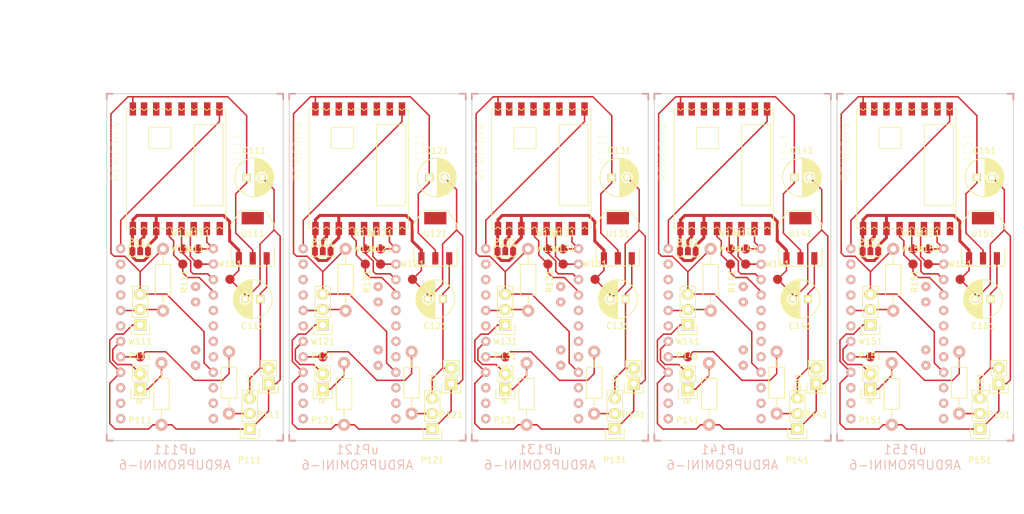
<source format=kicad_pcb>
(kicad_pcb (version 4) (host pcbnew 4.0.2-stable)
  (layers (0 F.Cu signal) (31 B.Cu signal) (34 B.Paste user) (35 F.Paste user) (36 B.SilkS user) (37 F.SilkS user) (38 B.Mask user) (39 F.Mask user) (44 Edge.Cuts user))
  (net 0 "")
  (net 1 GND)
  (net 2 +5V)
  (net 3 "Net-(C2-Pad1)")
  (net 4 "Net-(P1-Pad2)")
  (net 5 "Net-(P2-Pad2)")
  (net 6 "Net-(P3-Pad1)")
  (net 7 "Net-(P3-Pad2)")
  (net 8 "Net-(P4-Pad2)")
  (net 9 "Net-(R1-Pad1)")
  (net 10 "Net-(U2-PadRESE)")
  (net 11 "Net-(U2-PadSCK)")
  (net 12 "Net-(U2-PadMISO)")
  (net 13 "Net-(U2-PadMOSI)")
  (net 14 "Net-(U2-PadNSS)")
  (module ArduProMiniTKB:ArduProMini-6 (layer B.Cu) (at 160.75 107.55)
    (fp_text reference uP151 (at 11.43 -1.27) (layer B.SilkS) (effects (font (size 1.5 1.5)) (justify mirror)))
    (fp_text value ARDUPROMINI-6 (at 11.43 1.27) (layer B.SilkS) (effects (font (size 1.5 1.5)) (justify mirror)))
    (pad 7 thru_hole circle (at 2.54 -6.35) (size 1.524 1.524) (drill 0.762) (layers *.Cu *.Mask B.SilkS))
    (pad 8 thru_hole circle (at 2.54 -8.89) (size 1.524 1.524) (drill 0.762) (layers *.Cu *.Mask B.SilkS))
    (pad 9 thru_hole circle (at 2.54 -11.43) (size 1.524 1.524) (drill 0.762) (layers *.Cu *.Mask B.SilkS))
    (pad 10 thru_hole circle (at 2.54 -13.97) (size 1.524 1.524) (drill 0.762) (layers *.Cu *.Mask B.SilkS) (net 1 GND))
    (pad 11 thru_hole circle (at 2.54 -16.51) (size 1.524 1.524) (drill 0.762) (layers *.Cu *.Mask B.SilkS) (net 9 "Net-(R1-Pad1)"))
    (pad 12 thru_hole circle (at 2.54 -19.05) (size 1.524 1.524) (drill 0.762) (layers *.Cu *.Mask B.SilkS) (net 7 "Net-(P3-Pad2)"))
    (pad 13 thru_hole circle (at 2.54 -21.59) (size 1.524 1.524) (drill 0.762) (layers *.Cu *.Mask B.SilkS))
    (pad 14 thru_hole circle (at 2.54 -24.13) (size 1.524 1.524) (drill 0.762) (layers *.Cu *.Mask B.SilkS) (net 4 "Net-(P1-Pad2)"))
    (pad 15 thru_hole circle (at 2.54 -26.67) (size 1.524 1.524) (drill 0.762) (layers *.Cu *.Mask B.SilkS))
    (pad 16 thru_hole circle (at 2.54 -29.21) (size 1.524 1.524) (drill 0.762) (layers *.Cu *.Mask B.SilkS))
    (pad 17 thru_hole circle (at 2.54 -31.75) (size 1.524 1.524) (drill 0.762) (layers *.Cu *.Mask B.SilkS))
    (pad 18 thru_hole circle (at 2.54 -34.29) (size 1.524 1.524) (drill 0.762) (layers *.Cu *.Mask B.SilkS) (net 10 "Net-(U2-PadRESE)"))
    (pad 19 thru_hole circle (at 17.78 -6.35) (size 1.524 1.524) (drill 0.762) (layers *.Cu *.Mask B.SilkS))
    (pad 20 thru_hole circle (at 17.78 -8.89) (size 1.524 1.524) (drill 0.762) (layers *.Cu *.Mask B.SilkS))
    (pad 21 thru_hole circle (at 17.78 -11.43) (size 1.524 1.524) (drill 0.762) (layers *.Cu *.Mask B.SilkS))
    (pad 22 thru_hole circle (at 17.78 -13.97) (size 1.524 1.524) (drill 0.762) (layers *.Cu *.Mask B.SilkS) (net 3 "Net-(C2-Pad1)"))
    (pad 23 thru_hole circle (at 17.78 -16.51) (size 1.524 1.524) (drill 0.762) (layers *.Cu *.Mask B.SilkS))
    (pad 24 thru_hole circle (at 17.78 -19.05) (size 1.524 1.524) (drill 0.762) (layers *.Cu *.Mask B.SilkS))
    (pad 25 thru_hole circle (at 17.78 -21.59) (size 1.524 1.524) (drill 0.762) (layers *.Cu *.Mask B.SilkS))
    (pad 26 thru_hole circle (at 17.78 -24.13) (size 1.524 1.524) (drill 0.762) (layers *.Cu *.Mask B.SilkS))
    (pad 27 thru_hole circle (at 17.78 -26.67) (size 1.524 1.524) (drill 0.762) (layers *.Cu *.Mask B.SilkS) (net 11 "Net-(U2-PadSCK)"))
    (pad 28 thru_hole circle (at 17.78 -29.21) (size 1.524 1.524) (drill 0.762) (layers *.Cu *.Mask B.SilkS) (net 12 "Net-(U2-PadMISO)"))
    (pad 29 thru_hole circle (at 17.78 -31.75) (size 1.524 1.524) (drill 0.762) (layers *.Cu *.Mask B.SilkS) (net 13 "Net-(U2-PadMOSI)"))
    (pad 30 thru_hole circle (at 17.78 -34.29) (size 1.524 1.524) (drill 0.762) (layers *.Cu *.Mask B.SilkS) (net 14 "Net-(U2-PadNSS)"))
    (pad 31 thru_hole circle (at 14.859 -15.113) (size 1.5 1.5) (drill 0.6) (layers *.Cu *.Mask B.SilkS))
    (pad 32 thru_hole circle (at 14.859 -17.653) (size 1.5 1.5) (drill 0.6) (layers *.Cu *.Mask B.SilkS))
    (pad 34 thru_hole circle (at 14.859 -25.527) (size 1.5 1.5) (drill 0.6) (layers *.Cu *.Mask B.SilkS))
    (pad 35 thru_hole circle (at 14.859 -28.067) (size 1.5 1.5) (drill 0.6) (layers *.Cu *.Mask B.SilkS))
  )
  (module ArduProMiniTKB:ArduProMini-6 (layer B.Cu) (at 130.75 107.55)
    (fp_text reference uP141 (at 11.43 -1.27) (layer B.SilkS) (effects (font (size 1.5 1.5)) (justify mirror)))
    (fp_text value ARDUPROMINI-6 (at 11.43 1.27) (layer B.SilkS) (effects (font (size 1.5 1.5)) (justify mirror)))
    (pad 7 thru_hole circle (at 2.54 -6.35) (size 1.524 1.524) (drill 0.762) (layers *.Cu *.Mask B.SilkS))
    (pad 8 thru_hole circle (at 2.54 -8.89) (size 1.524 1.524) (drill 0.762) (layers *.Cu *.Mask B.SilkS))
    (pad 9 thru_hole circle (at 2.54 -11.43) (size 1.524 1.524) (drill 0.762) (layers *.Cu *.Mask B.SilkS))
    (pad 10 thru_hole circle (at 2.54 -13.97) (size 1.524 1.524) (drill 0.762) (layers *.Cu *.Mask B.SilkS) (net 1 GND))
    (pad 11 thru_hole circle (at 2.54 -16.51) (size 1.524 1.524) (drill 0.762) (layers *.Cu *.Mask B.SilkS) (net 9 "Net-(R1-Pad1)"))
    (pad 12 thru_hole circle (at 2.54 -19.05) (size 1.524 1.524) (drill 0.762) (layers *.Cu *.Mask B.SilkS) (net 7 "Net-(P3-Pad2)"))
    (pad 13 thru_hole circle (at 2.54 -21.59) (size 1.524 1.524) (drill 0.762) (layers *.Cu *.Mask B.SilkS))
    (pad 14 thru_hole circle (at 2.54 -24.13) (size 1.524 1.524) (drill 0.762) (layers *.Cu *.Mask B.SilkS) (net 4 "Net-(P1-Pad2)"))
    (pad 15 thru_hole circle (at 2.54 -26.67) (size 1.524 1.524) (drill 0.762) (layers *.Cu *.Mask B.SilkS))
    (pad 16 thru_hole circle (at 2.54 -29.21) (size 1.524 1.524) (drill 0.762) (layers *.Cu *.Mask B.SilkS))
    (pad 17 thru_hole circle (at 2.54 -31.75) (size 1.524 1.524) (drill 0.762) (layers *.Cu *.Mask B.SilkS))
    (pad 18 thru_hole circle (at 2.54 -34.29) (size 1.524 1.524) (drill 0.762) (layers *.Cu *.Mask B.SilkS) (net 10 "Net-(U2-PadRESE)"))
    (pad 19 thru_hole circle (at 17.78 -6.35) (size 1.524 1.524) (drill 0.762) (layers *.Cu *.Mask B.SilkS))
    (pad 20 thru_hole circle (at 17.78 -8.89) (size 1.524 1.524) (drill 0.762) (layers *.Cu *.Mask B.SilkS))
    (pad 21 thru_hole circle (at 17.78 -11.43) (size 1.524 1.524) (drill 0.762) (layers *.Cu *.Mask B.SilkS))
    (pad 22 thru_hole circle (at 17.78 -13.97) (size 1.524 1.524) (drill 0.762) (layers *.Cu *.Mask B.SilkS) (net 3 "Net-(C2-Pad1)"))
    (pad 23 thru_hole circle (at 17.78 -16.51) (size 1.524 1.524) (drill 0.762) (layers *.Cu *.Mask B.SilkS))
    (pad 24 thru_hole circle (at 17.78 -19.05) (size 1.524 1.524) (drill 0.762) (layers *.Cu *.Mask B.SilkS))
    (pad 25 thru_hole circle (at 17.78 -21.59) (size 1.524 1.524) (drill 0.762) (layers *.Cu *.Mask B.SilkS))
    (pad 26 thru_hole circle (at 17.78 -24.13) (size 1.524 1.524) (drill 0.762) (layers *.Cu *.Mask B.SilkS))
    (pad 27 thru_hole circle (at 17.78 -26.67) (size 1.524 1.524) (drill 0.762) (layers *.Cu *.Mask B.SilkS) (net 11 "Net-(U2-PadSCK)"))
    (pad 28 thru_hole circle (at 17.78 -29.21) (size 1.524 1.524) (drill 0.762) (layers *.Cu *.Mask B.SilkS) (net 12 "Net-(U2-PadMISO)"))
    (pad 29 thru_hole circle (at 17.78 -31.75) (size 1.524 1.524) (drill 0.762) (layers *.Cu *.Mask B.SilkS) (net 13 "Net-(U2-PadMOSI)"))
    (pad 30 thru_hole circle (at 17.78 -34.29) (size 1.524 1.524) (drill 0.762) (layers *.Cu *.Mask B.SilkS) (net 14 "Net-(U2-PadNSS)"))
    (pad 31 thru_hole circle (at 14.859 -15.113) (size 1.5 1.5) (drill 0.6) (layers *.Cu *.Mask B.SilkS))
    (pad 32 thru_hole circle (at 14.859 -17.653) (size 1.5 1.5) (drill 0.6) (layers *.Cu *.Mask B.SilkS))
    (pad 34 thru_hole circle (at 14.859 -25.527) (size 1.5 1.5) (drill 0.6) (layers *.Cu *.Mask B.SilkS))
    (pad 35 thru_hole circle (at 14.859 -28.067) (size 1.5 1.5) (drill 0.6) (layers *.Cu *.Mask B.SilkS))
  )
  (module ArduProMiniTKB:ArduProMini-6 (layer B.Cu) (at 100.75 107.55)
    (fp_text reference uP131 (at 11.43 -1.27) (layer B.SilkS) (effects (font (size 1.5 1.5)) (justify mirror)))
    (fp_text value ARDUPROMINI-6 (at 11.43 1.27) (layer B.SilkS) (effects (font (size 1.5 1.5)) (justify mirror)))
    (pad 7 thru_hole circle (at 2.54 -6.35) (size 1.524 1.524) (drill 0.762) (layers *.Cu *.Mask B.SilkS))
    (pad 8 thru_hole circle (at 2.54 -8.89) (size 1.524 1.524) (drill 0.762) (layers *.Cu *.Mask B.SilkS))
    (pad 9 thru_hole circle (at 2.54 -11.43) (size 1.524 1.524) (drill 0.762) (layers *.Cu *.Mask B.SilkS))
    (pad 10 thru_hole circle (at 2.54 -13.97) (size 1.524 1.524) (drill 0.762) (layers *.Cu *.Mask B.SilkS) (net 1 GND))
    (pad 11 thru_hole circle (at 2.54 -16.51) (size 1.524 1.524) (drill 0.762) (layers *.Cu *.Mask B.SilkS) (net 9 "Net-(R1-Pad1)"))
    (pad 12 thru_hole circle (at 2.54 -19.05) (size 1.524 1.524) (drill 0.762) (layers *.Cu *.Mask B.SilkS) (net 7 "Net-(P3-Pad2)"))
    (pad 13 thru_hole circle (at 2.54 -21.59) (size 1.524 1.524) (drill 0.762) (layers *.Cu *.Mask B.SilkS))
    (pad 14 thru_hole circle (at 2.54 -24.13) (size 1.524 1.524) (drill 0.762) (layers *.Cu *.Mask B.SilkS) (net 4 "Net-(P1-Pad2)"))
    (pad 15 thru_hole circle (at 2.54 -26.67) (size 1.524 1.524) (drill 0.762) (layers *.Cu *.Mask B.SilkS))
    (pad 16 thru_hole circle (at 2.54 -29.21) (size 1.524 1.524) (drill 0.762) (layers *.Cu *.Mask B.SilkS))
    (pad 17 thru_hole circle (at 2.54 -31.75) (size 1.524 1.524) (drill 0.762) (layers *.Cu *.Mask B.SilkS))
    (pad 18 thru_hole circle (at 2.54 -34.29) (size 1.524 1.524) (drill 0.762) (layers *.Cu *.Mask B.SilkS) (net 10 "Net-(U2-PadRESE)"))
    (pad 19 thru_hole circle (at 17.78 -6.35) (size 1.524 1.524) (drill 0.762) (layers *.Cu *.Mask B.SilkS))
    (pad 20 thru_hole circle (at 17.78 -8.89) (size 1.524 1.524) (drill 0.762) (layers *.Cu *.Mask B.SilkS))
    (pad 21 thru_hole circle (at 17.78 -11.43) (size 1.524 1.524) (drill 0.762) (layers *.Cu *.Mask B.SilkS))
    (pad 22 thru_hole circle (at 17.78 -13.97) (size 1.524 1.524) (drill 0.762) (layers *.Cu *.Mask B.SilkS) (net 3 "Net-(C2-Pad1)"))
    (pad 23 thru_hole circle (at 17.78 -16.51) (size 1.524 1.524) (drill 0.762) (layers *.Cu *.Mask B.SilkS))
    (pad 24 thru_hole circle (at 17.78 -19.05) (size 1.524 1.524) (drill 0.762) (layers *.Cu *.Mask B.SilkS))
    (pad 25 thru_hole circle (at 17.78 -21.59) (size 1.524 1.524) (drill 0.762) (layers *.Cu *.Mask B.SilkS))
    (pad 26 thru_hole circle (at 17.78 -24.13) (size 1.524 1.524) (drill 0.762) (layers *.Cu *.Mask B.SilkS))
    (pad 27 thru_hole circle (at 17.78 -26.67) (size 1.524 1.524) (drill 0.762) (layers *.Cu *.Mask B.SilkS) (net 11 "Net-(U2-PadSCK)"))
    (pad 28 thru_hole circle (at 17.78 -29.21) (size 1.524 1.524) (drill 0.762) (layers *.Cu *.Mask B.SilkS) (net 12 "Net-(U2-PadMISO)"))
    (pad 29 thru_hole circle (at 17.78 -31.75) (size 1.524 1.524) (drill 0.762) (layers *.Cu *.Mask B.SilkS) (net 13 "Net-(U2-PadMOSI)"))
    (pad 30 thru_hole circle (at 17.78 -34.29) (size 1.524 1.524) (drill 0.762) (layers *.Cu *.Mask B.SilkS) (net 14 "Net-(U2-PadNSS)"))
    (pad 31 thru_hole circle (at 14.859 -15.113) (size 1.5 1.5) (drill 0.6) (layers *.Cu *.Mask B.SilkS))
    (pad 32 thru_hole circle (at 14.859 -17.653) (size 1.5 1.5) (drill 0.6) (layers *.Cu *.Mask B.SilkS))
    (pad 34 thru_hole circle (at 14.859 -25.527) (size 1.5 1.5) (drill 0.6) (layers *.Cu *.Mask B.SilkS))
    (pad 35 thru_hole circle (at 14.859 -28.067) (size 1.5 1.5) (drill 0.6) (layers *.Cu *.Mask B.SilkS))
  )
  (module ArduProMiniTKB:ArduProMini-6 (layer B.Cu) (at 70.75 107.55)
    (fp_text reference uP121 (at 11.43 -1.27) (layer B.SilkS) (effects (font (size 1.5 1.5)) (justify mirror)))
    (fp_text value ARDUPROMINI-6 (at 11.43 1.27) (layer B.SilkS) (effects (font (size 1.5 1.5)) (justify mirror)))
    (pad 7 thru_hole circle (at 2.54 -6.35) (size 1.524 1.524) (drill 0.762) (layers *.Cu *.Mask B.SilkS))
    (pad 8 thru_hole circle (at 2.54 -8.89) (size 1.524 1.524) (drill 0.762) (layers *.Cu *.Mask B.SilkS))
    (pad 9 thru_hole circle (at 2.54 -11.43) (size 1.524 1.524) (drill 0.762) (layers *.Cu *.Mask B.SilkS))
    (pad 10 thru_hole circle (at 2.54 -13.97) (size 1.524 1.524) (drill 0.762) (layers *.Cu *.Mask B.SilkS) (net 1 GND))
    (pad 11 thru_hole circle (at 2.54 -16.51) (size 1.524 1.524) (drill 0.762) (layers *.Cu *.Mask B.SilkS) (net 9 "Net-(R1-Pad1)"))
    (pad 12 thru_hole circle (at 2.54 -19.05) (size 1.524 1.524) (drill 0.762) (layers *.Cu *.Mask B.SilkS) (net 7 "Net-(P3-Pad2)"))
    (pad 13 thru_hole circle (at 2.54 -21.59) (size 1.524 1.524) (drill 0.762) (layers *.Cu *.Mask B.SilkS))
    (pad 14 thru_hole circle (at 2.54 -24.13) (size 1.524 1.524) (drill 0.762) (layers *.Cu *.Mask B.SilkS) (net 4 "Net-(P1-Pad2)"))
    (pad 15 thru_hole circle (at 2.54 -26.67) (size 1.524 1.524) (drill 0.762) (layers *.Cu *.Mask B.SilkS))
    (pad 16 thru_hole circle (at 2.54 -29.21) (size 1.524 1.524) (drill 0.762) (layers *.Cu *.Mask B.SilkS))
    (pad 17 thru_hole circle (at 2.54 -31.75) (size 1.524 1.524) (drill 0.762) (layers *.Cu *.Mask B.SilkS))
    (pad 18 thru_hole circle (at 2.54 -34.29) (size 1.524 1.524) (drill 0.762) (layers *.Cu *.Mask B.SilkS) (net 10 "Net-(U2-PadRESE)"))
    (pad 19 thru_hole circle (at 17.78 -6.35) (size 1.524 1.524) (drill 0.762) (layers *.Cu *.Mask B.SilkS))
    (pad 20 thru_hole circle (at 17.78 -8.89) (size 1.524 1.524) (drill 0.762) (layers *.Cu *.Mask B.SilkS))
    (pad 21 thru_hole circle (at 17.78 -11.43) (size 1.524 1.524) (drill 0.762) (layers *.Cu *.Mask B.SilkS))
    (pad 22 thru_hole circle (at 17.78 -13.97) (size 1.524 1.524) (drill 0.762) (layers *.Cu *.Mask B.SilkS) (net 3 "Net-(C2-Pad1)"))
    (pad 23 thru_hole circle (at 17.78 -16.51) (size 1.524 1.524) (drill 0.762) (layers *.Cu *.Mask B.SilkS))
    (pad 24 thru_hole circle (at 17.78 -19.05) (size 1.524 1.524) (drill 0.762) (layers *.Cu *.Mask B.SilkS))
    (pad 25 thru_hole circle (at 17.78 -21.59) (size 1.524 1.524) (drill 0.762) (layers *.Cu *.Mask B.SilkS))
    (pad 26 thru_hole circle (at 17.78 -24.13) (size 1.524 1.524) (drill 0.762) (layers *.Cu *.Mask B.SilkS))
    (pad 27 thru_hole circle (at 17.78 -26.67) (size 1.524 1.524) (drill 0.762) (layers *.Cu *.Mask B.SilkS) (net 11 "Net-(U2-PadSCK)"))
    (pad 28 thru_hole circle (at 17.78 -29.21) (size 1.524 1.524) (drill 0.762) (layers *.Cu *.Mask B.SilkS) (net 12 "Net-(U2-PadMISO)"))
    (pad 29 thru_hole circle (at 17.78 -31.75) (size 1.524 1.524) (drill 0.762) (layers *.Cu *.Mask B.SilkS) (net 13 "Net-(U2-PadMOSI)"))
    (pad 30 thru_hole circle (at 17.78 -34.29) (size 1.524 1.524) (drill 0.762) (layers *.Cu *.Mask B.SilkS) (net 14 "Net-(U2-PadNSS)"))
    (pad 31 thru_hole circle (at 14.859 -15.113) (size 1.5 1.5) (drill 0.6) (layers *.Cu *.Mask B.SilkS))
    (pad 32 thru_hole circle (at 14.859 -17.653) (size 1.5 1.5) (drill 0.6) (layers *.Cu *.Mask B.SilkS))
    (pad 34 thru_hole circle (at 14.859 -25.527) (size 1.5 1.5) (drill 0.6) (layers *.Cu *.Mask B.SilkS))
    (pad 35 thru_hole circle (at 14.859 -28.067) (size 1.5 1.5) (drill 0.6) (layers *.Cu *.Mask B.SilkS))
  )
  (module Connect:GS3 (layer F.Cu) (at 166.5 73.7 90)
    (fp_text reference P151 (at 1.524 0 180) (layer F.SilkS))
    (fp_text value CONN_ANT)
    (pad 1 smd rect (at 0 -1.27 90) (size 1.27 0.9652) (layers F.Cu F.Paste F.Mask) (net 1 GND))
    (pad 2 smd rect (at 0 0 90) (size 1.27 0.9652) (layers F.Cu F.Paste F.Mask) (net 8 "Net-(P4-Pad2)"))
    (pad 3 smd rect (at 0 1.27 90) (size 1.27 0.9652) (layers F.Cu F.Paste F.Mask) (net 1 GND))
  )
  (module Connect:GS3 (layer F.Cu) (at 136.5 73.7 90)
    (fp_text reference P141 (at 1.524 0 180) (layer F.SilkS))
    (fp_text value CONN_ANT)
    (pad 1 smd rect (at 0 -1.27 90) (size 1.27 0.9652) (layers F.Cu F.Paste F.Mask) (net 1 GND))
    (pad 2 smd rect (at 0 0 90) (size 1.27 0.9652) (layers F.Cu F.Paste F.Mask) (net 8 "Net-(P4-Pad2)"))
    (pad 3 smd rect (at 0 1.27 90) (size 1.27 0.9652) (layers F.Cu F.Paste F.Mask) (net 1 GND))
  )
  (module Connect:GS3 (layer F.Cu) (at 106.5 73.7 90)
    (fp_text reference P131 (at 1.524 0 180) (layer F.SilkS))
    (fp_text value CONN_ANT)
    (pad 1 smd rect (at 0 -1.27 90) (size 1.27 0.9652) (layers F.Cu F.Paste F.Mask) (net 1 GND))
    (pad 2 smd rect (at 0 0 90) (size 1.27 0.9652) (layers F.Cu F.Paste F.Mask) (net 8 "Net-(P4-Pad2)"))
    (pad 3 smd rect (at 0 1.27 90) (size 1.27 0.9652) (layers F.Cu F.Paste F.Mask) (net 1 GND))
  )
  (module Connect:GS3 (layer F.Cu) (at 76.5 73.7 90)
    (fp_text reference P121 (at 1.524 0 180) (layer F.SilkS))
    (fp_text value CONN_ANT)
    (pad 1 smd rect (at 0 -1.27 90) (size 1.27 0.9652) (layers F.Cu F.Paste F.Mask) (net 1 GND))
    (pad 2 smd rect (at 0 0 90) (size 1.27 0.9652) (layers F.Cu F.Paste F.Mask) (net 8 "Net-(P4-Pad2)"))
    (pad 3 smd rect (at 0 1.27 90) (size 1.27 0.9652) (layers F.Cu F.Paste F.Mask) (net 1 GND))
  )
  (module Capacitors_ThroughHole:C_Radial_D6.3_L11.2_P2.5 (layer F.Cu) (at 184 61.55)
    (fp_text reference C151 (at 1.25 -4.4) (layer F.SilkS))
    (fp_text value 100uF)
    (pad 2 thru_hole circle (at 2.5 0) (size 1.3 1.3) (drill 0.8) (layers *.Cu *.Mask F.SilkS) (net 1 GND))
    (pad 1 thru_hole rect (at 0 0) (size 1.3 1.3) (drill 0.8) (layers *.Cu *.Mask F.SilkS) (net 3 "Net-(C2-Pad1)"))
  )
  (module Capacitors_ThroughHole:C_Radial_D6.3_L11.2_P2.5 (layer F.Cu) (at 154 61.55)
    (fp_text reference C141 (at 1.25 -4.4) (layer F.SilkS))
    (fp_text value 100uF)
    (pad 2 thru_hole circle (at 2.5 0) (size 1.3 1.3) (drill 0.8) (layers *.Cu *.Mask F.SilkS) (net 1 GND))
    (pad 1 thru_hole rect (at 0 0) (size 1.3 1.3) (drill 0.8) (layers *.Cu *.Mask F.SilkS) (net 3 "Net-(C2-Pad1)"))
  )
  (module Capacitors_ThroughHole:C_Radial_D6.3_L11.2_P2.5 (layer F.Cu) (at 124 61.55)
    (fp_text reference C131 (at 1.25 -4.4) (layer F.SilkS))
    (fp_text value 100uF)
    (pad 2 thru_hole circle (at 2.5 0) (size 1.3 1.3) (drill 0.8) (layers *.Cu *.Mask F.SilkS) (net 1 GND))
    (pad 1 thru_hole rect (at 0 0) (size 1.3 1.3) (drill 0.8) (layers *.Cu *.Mask F.SilkS) (net 3 "Net-(C2-Pad1)"))
  )
  (module Capacitors_ThroughHole:C_Radial_D6.3_L11.2_P2.5 (layer F.Cu) (at 94 61.55)
    (fp_text reference C121 (at 1.25 -4.4) (layer F.SilkS))
    (fp_text value 100uF)
    (pad 2 thru_hole circle (at 2.5 0) (size 1.3 1.3) (drill 0.8) (layers *.Cu *.Mask F.SilkS) (net 1 GND))
    (pad 1 thru_hole rect (at 0 0) (size 1.3 1.3) (drill 0.8) (layers *.Cu *.Mask F.SilkS) (net 3 "Net-(C2-Pad1)"))
  )
  (module RFM69HW:RFM (layer F.Cu) (at 164.25 50.3 270)
    (fp_text reference U151 (at 6.57225 -18.1928 270) (layer F.SilkS) (effects (font (size 1.4 1.4) (thickness 0.05))))
    (fp_text value RFM69HW (at 6.985 1.80975 270) (layer F.SilkS) (effects (font (size 1.4 1.4) (thickness 0.05))))
    (pad RESE smd rect (at 0 -15.27 270) (size 2.1844 1.0668) (layers F.Cu F.Paste F.Mask) (net 10 "Net-(U2-PadRESE)"))
    (pad DIO0 smd rect (at 0 -13.27 270) (size 2.1844 1.0668) (layers F.Cu F.Paste F.Mask))
    (pad DIO2 smd rect (at 0 -9.0475 270) (size 2.1844 1.0668) (layers F.Cu F.Paste F.Mask))
    (pad DIO3 smd rect (at 0 -6.88875 270) (size 2.1844 1.0668) (layers F.Cu F.Paste F.Mask))
    (pad DIO4 smd rect (at 0 -4.88875 270) (size 2.1844 1.0668) (layers F.Cu F.Paste F.Mask))
    (pad DIO5 smd rect (at 0 -2.88875 270) (size 2.1844 1.0668) (layers F.Cu F.Paste F.Mask))
    (pad VCC smd rect (at 0 -1.0475 270) (size 2.1844 1.0668) (layers F.Cu F.Paste F.Mask) (net 3 "Net-(C2-Pad1)"))
    (pad GNDB smd rect (at 19.6513 -1.0475 270) (size 2.1844 1.0668) (layers F.Cu F.Paste F.Mask) (net 1 GND))
    (pad ANT smd rect (at 19.6513 -2.88875 270) (size 2.1844 1.0668) (layers F.Cu F.Paste F.Mask) (net 8 "Net-(P4-Pad2)"))
    (pad GNDA smd rect (at 19.6513 -4.88875 270) (size 2.1844 1.0668) (layers F.Cu F.Paste F.Mask) (net 1 GND))
    (pad SCK smd rect (at 19.6513 -7.0475 270) (size 2.1844 1.0668) (layers F.Cu F.Paste F.Mask) (net 11 "Net-(U2-PadSCK)"))
    (pad MISO smd rect (at 19.6513 -9.0475 270) (size 2.1844 1.0668) (layers F.Cu F.Paste F.Mask) (net 12 "Net-(U2-PadMISO)"))
    (pad MOSI smd rect (at 19.6513 -11.0475 270) (size 2.1844 1.0668) (layers F.Cu F.Paste F.Mask) (net 13 "Net-(U2-PadMOSI)"))
    (pad NSS smd rect (at 19.6513 -13.2063 270) (size 2.1844 1.0668) (layers F.Cu F.Paste F.Mask) (net 14 "Net-(U2-PadNSS)"))
    (pad NC smd rect (at 19.6513 -15.3338 270) (size 2.1844 1.0668) (layers F.Cu F.Paste F.Mask))
    (pad DIO1 smd rect (at 0 -11.1425 270) (size 2.1844 1.0668) (layers F.Cu F.Paste F.Mask))
  )
  (module RFM69HW:RFM (layer F.Cu) (at 134.25 50.3 270)
    (fp_text reference U141 (at 6.57225 -18.1928 270) (layer F.SilkS) (effects (font (size 1.4 1.4) (thickness 0.05))))
    (fp_text value RFM69HW (at 6.985 1.80975 270) (layer F.SilkS) (effects (font (size 1.4 1.4) (thickness 0.05))))
    (pad RESE smd rect (at 0 -15.27 270) (size 2.1844 1.0668) (layers F.Cu F.Paste F.Mask) (net 10 "Net-(U2-PadRESE)"))
    (pad DIO0 smd rect (at 0 -13.27 270) (size 2.1844 1.0668) (layers F.Cu F.Paste F.Mask))
    (pad DIO2 smd rect (at 0 -9.0475 270) (size 2.1844 1.0668) (layers F.Cu F.Paste F.Mask))
    (pad DIO3 smd rect (at 0 -6.88875 270) (size 2.1844 1.0668) (layers F.Cu F.Paste F.Mask))
    (pad DIO4 smd rect (at 0 -4.88875 270) (size 2.1844 1.0668) (layers F.Cu F.Paste F.Mask))
    (pad DIO5 smd rect (at 0 -2.88875 270) (size 2.1844 1.0668) (layers F.Cu F.Paste F.Mask))
    (pad VCC smd rect (at 0 -1.0475 270) (size 2.1844 1.0668) (layers F.Cu F.Paste F.Mask) (net 3 "Net-(C2-Pad1)"))
    (pad GNDB smd rect (at 19.6513 -1.0475 270) (size 2.1844 1.0668) (layers F.Cu F.Paste F.Mask) (net 1 GND))
    (pad ANT smd rect (at 19.6513 -2.88875 270) (size 2.1844 1.0668) (layers F.Cu F.Paste F.Mask) (net 8 "Net-(P4-Pad2)"))
    (pad GNDA smd rect (at 19.6513 -4.88875 270) (size 2.1844 1.0668) (layers F.Cu F.Paste F.Mask) (net 1 GND))
    (pad SCK smd rect (at 19.6513 -7.0475 270) (size 2.1844 1.0668) (layers F.Cu F.Paste F.Mask) (net 11 "Net-(U2-PadSCK)"))
    (pad MISO smd rect (at 19.6513 -9.0475 270) (size 2.1844 1.0668) (layers F.Cu F.Paste F.Mask) (net 12 "Net-(U2-PadMISO)"))
    (pad MOSI smd rect (at 19.6513 -11.0475 270) (size 2.1844 1.0668) (layers F.Cu F.Paste F.Mask) (net 13 "Net-(U2-PadMOSI)"))
    (pad NSS smd rect (at 19.6513 -13.2063 270) (size 2.1844 1.0668) (layers F.Cu F.Paste F.Mask) (net 14 "Net-(U2-PadNSS)"))
    (pad NC smd rect (at 19.6513 -15.3338 270) (size 2.1844 1.0668) (layers F.Cu F.Paste F.Mask))
    (pad DIO1 smd rect (at 0 -11.1425 270) (size 2.1844 1.0668) (layers F.Cu F.Paste F.Mask))
  )
  (module RFM69HW:RFM (layer F.Cu) (at 104.25 50.3 270)
    (fp_text reference U131 (at 6.57225 -18.1928 270) (layer F.SilkS) (effects (font (size 1.4 1.4) (thickness 0.05))))
    (fp_text value RFM69HW (at 6.985 1.80975 270) (layer F.SilkS) (effects (font (size 1.4 1.4) (thickness 0.05))))
    (pad RESE smd rect (at 0 -15.27 270) (size 2.1844 1.0668) (layers F.Cu F.Paste F.Mask) (net 10 "Net-(U2-PadRESE)"))
    (pad DIO0 smd rect (at 0 -13.27 270) (size 2.1844 1.0668) (layers F.Cu F.Paste F.Mask))
    (pad DIO2 smd rect (at 0 -9.0475 270) (size 2.1844 1.0668) (layers F.Cu F.Paste F.Mask))
    (pad DIO3 smd rect (at 0 -6.88875 270) (size 2.1844 1.0668) (layers F.Cu F.Paste F.Mask))
    (pad DIO4 smd rect (at 0 -4.88875 270) (size 2.1844 1.0668) (layers F.Cu F.Paste F.Mask))
    (pad DIO5 smd rect (at 0 -2.88875 270) (size 2.1844 1.0668) (layers F.Cu F.Paste F.Mask))
    (pad VCC smd rect (at 0 -1.0475 270) (size 2.1844 1.0668) (layers F.Cu F.Paste F.Mask) (net 3 "Net-(C2-Pad1)"))
    (pad GNDB smd rect (at 19.6513 -1.0475 270) (size 2.1844 1.0668) (layers F.Cu F.Paste F.Mask) (net 1 GND))
    (pad ANT smd rect (at 19.6513 -2.88875 270) (size 2.1844 1.0668) (layers F.Cu F.Paste F.Mask) (net 8 "Net-(P4-Pad2)"))
    (pad GNDA smd rect (at 19.6513 -4.88875 270) (size 2.1844 1.0668) (layers F.Cu F.Paste F.Mask) (net 1 GND))
    (pad SCK smd rect (at 19.6513 -7.0475 270) (size 2.1844 1.0668) (layers F.Cu F.Paste F.Mask) (net 11 "Net-(U2-PadSCK)"))
    (pad MISO smd rect (at 19.6513 -9.0475 270) (size 2.1844 1.0668) (layers F.Cu F.Paste F.Mask) (net 12 "Net-(U2-PadMISO)"))
    (pad MOSI smd rect (at 19.6513 -11.0475 270) (size 2.1844 1.0668) (layers F.Cu F.Paste F.Mask) (net 13 "Net-(U2-PadMOSI)"))
    (pad NSS smd rect (at 19.6513 -13.2063 270) (size 2.1844 1.0668) (layers F.Cu F.Paste F.Mask) (net 14 "Net-(U2-PadNSS)"))
    (pad NC smd rect (at 19.6513 -15.3338 270) (size 2.1844 1.0668) (layers F.Cu F.Paste F.Mask))
    (pad DIO1 smd rect (at 0 -11.1425 270) (size 2.1844 1.0668) (layers F.Cu F.Paste F.Mask))
  )
  (module RFM69HW:RFM (layer F.Cu) (at 74.25 50.3 270)
    (fp_text reference U121 (at 6.57225 -18.1928 270) (layer F.SilkS) (effects (font (size 1.4 1.4) (thickness 0.05))))
    (fp_text value RFM69HW (at 6.985 1.80975 270) (layer F.SilkS) (effects (font (size 1.4 1.4) (thickness 0.05))))
    (pad RESE smd rect (at 0 -15.27 270) (size 2.1844 1.0668) (layers F.Cu F.Paste F.Mask) (net 10 "Net-(U2-PadRESE)"))
    (pad DIO0 smd rect (at 0 -13.27 270) (size 2.1844 1.0668) (layers F.Cu F.Paste F.Mask))
    (pad DIO2 smd rect (at 0 -9.0475 270) (size 2.1844 1.0668) (layers F.Cu F.Paste F.Mask))
    (pad DIO3 smd rect (at 0 -6.88875 270) (size 2.1844 1.0668) (layers F.Cu F.Paste F.Mask))
    (pad DIO4 smd rect (at 0 -4.88875 270) (size 2.1844 1.0668) (layers F.Cu F.Paste F.Mask))
    (pad DIO5 smd rect (at 0 -2.88875 270) (size 2.1844 1.0668) (layers F.Cu F.Paste F.Mask))
    (pad VCC smd rect (at 0 -1.0475 270) (size 2.1844 1.0668) (layers F.Cu F.Paste F.Mask) (net 3 "Net-(C2-Pad1)"))
    (pad GNDB smd rect (at 19.6513 -1.0475 270) (size 2.1844 1.0668) (layers F.Cu F.Paste F.Mask) (net 1 GND))
    (pad ANT smd rect (at 19.6513 -2.88875 270) (size 2.1844 1.0668) (layers F.Cu F.Paste F.Mask) (net 8 "Net-(P4-Pad2)"))
    (pad GNDA smd rect (at 19.6513 -4.88875 270) (size 2.1844 1.0668) (layers F.Cu F.Paste F.Mask) (net 1 GND))
    (pad SCK smd rect (at 19.6513 -7.0475 270) (size 2.1844 1.0668) (layers F.Cu F.Paste F.Mask) (net 11 "Net-(U2-PadSCK)"))
    (pad MISO smd rect (at 19.6513 -9.0475 270) (size 2.1844 1.0668) (layers F.Cu F.Paste F.Mask) (net 12 "Net-(U2-PadMISO)"))
    (pad MOSI smd rect (at 19.6513 -11.0475 270) (size 2.1844 1.0668) (layers F.Cu F.Paste F.Mask) (net 13 "Net-(U2-PadMOSI)"))
    (pad NSS smd rect (at 19.6513 -13.2063 270) (size 2.1844 1.0668) (layers F.Cu F.Paste F.Mask) (net 14 "Net-(U2-PadNSS)"))
    (pad NC smd rect (at 19.6513 -15.3338 270) (size 2.1844 1.0668) (layers F.Cu F.Paste F.Mask))
    (pad DIO1 smd rect (at 0 -11.1425 270) (size 2.1844 1.0668) (layers F.Cu F.Paste F.Mask))
  )
  (module Measurement_Points:Measurement_Point_Round-SMD-Pad_Small (layer F.Cu) (at 176 73.3)
    (fp_text reference W151 (at 0 -2.54) (layer F.SilkS))
    (fp_text value TEST_NSS)
    (pad 1 smd circle (at 0 0) (size 1.524 1.524) (layers F.Cu F.Paste F.Mask) (net 14 "Net-(U2-PadNSS)"))
  )
  (module Measurement_Points:Measurement_Point_Round-SMD-Pad_Small (layer F.Cu) (at 146 73.3)
    (fp_text reference W141 (at 0 -2.54) (layer F.SilkS))
    (fp_text value TEST_NSS)
    (pad 1 smd circle (at 0 0) (size 1.524 1.524) (layers F.Cu F.Paste F.Mask) (net 14 "Net-(U2-PadNSS)"))
  )
  (module Measurement_Points:Measurement_Point_Round-SMD-Pad_Small (layer F.Cu) (at 116 73.3)
    (fp_text reference W131 (at 0 -2.54) (layer F.SilkS))
    (fp_text value TEST_NSS)
    (pad 1 smd circle (at 0 0) (size 1.524 1.524) (layers F.Cu F.Paste F.Mask) (net 14 "Net-(U2-PadNSS)"))
  )
  (module Measurement_Points:Measurement_Point_Round-SMD-Pad_Small (layer F.Cu) (at 86 73.3)
    (fp_text reference W121 (at 0 -2.54) (layer F.SilkS))
    (fp_text value TEST_NSS)
    (pad 1 smd circle (at 0 0) (size 1.524 1.524) (layers F.Cu F.Paste F.Mask) (net 14 "Net-(U2-PadNSS)"))
  )
  (module Measurement_Points:Measurement_Point_Round-SMD-Pad_Small (layer F.Cu) (at 173.5 73.3)
    (fp_text reference W151 (at 0 -2.54) (layer F.SilkS))
    (fp_text value TEST_MISO)
    (pad 1 smd circle (at 0 0) (size 1.524 1.524) (layers F.Cu F.Paste F.Mask) (net 12 "Net-(U2-PadMISO)"))
  )
  (module Measurement_Points:Measurement_Point_Round-SMD-Pad_Small (layer F.Cu) (at 143.5 73.3)
    (fp_text reference W141 (at 0 -2.54) (layer F.SilkS))
    (fp_text value TEST_MISO)
    (pad 1 smd circle (at 0 0) (size 1.524 1.524) (layers F.Cu F.Paste F.Mask) (net 12 "Net-(U2-PadMISO)"))
  )
  (module Measurement_Points:Measurement_Point_Round-SMD-Pad_Small (layer F.Cu) (at 113.5 73.3)
    (fp_text reference W131 (at 0 -2.54) (layer F.SilkS))
    (fp_text value TEST_MISO)
    (pad 1 smd circle (at 0 0) (size 1.524 1.524) (layers F.Cu F.Paste F.Mask) (net 12 "Net-(U2-PadMISO)"))
  )
  (module Measurement_Points:Measurement_Point_Round-SMD-Pad_Small (layer F.Cu) (at 83.5 73.3)
    (fp_text reference W121 (at 0 -2.54) (layer F.SilkS))
    (fp_text value TEST_MISO)
    (pad 1 smd circle (at 0 0) (size 1.524 1.524) (layers F.Cu F.Paste F.Mask) (net 12 "Net-(U2-PadMISO)"))
  )
  (module TO_SOT_Packages_SMD:SOT-223 (layer F.Cu) (at 185 71.55)
    (fp_text reference U151 (at 0 -0.762) (layer F.SilkS))
    (fp_text value AP1117D33)
    (pad 4 smd rect (at 0 -3.302) (size 3.6576 2.032) (layers F.Cu F.Paste F.Mask))
    (pad 2 smd rect (at 0 3.302) (size 1.016 2.032) (layers F.Cu F.Paste F.Mask) (net 3 "Net-(C2-Pad1)"))
    (pad 3 smd rect (at 2.286 3.302) (size 1.016 2.032) (layers F.Cu F.Paste F.Mask) (net 2 +5V))
    (pad 1 smd rect (at -2.286 3.302) (size 1.016 2.032) (layers F.Cu F.Paste F.Mask) (net 1 GND))
  )
  (module TO_SOT_Packages_SMD:SOT-223 (layer F.Cu) (at 155 71.55)
    (fp_text reference U141 (at 0 -0.762) (layer F.SilkS))
    (fp_text value AP1117D33)
    (pad 4 smd rect (at 0 -3.302) (size 3.6576 2.032) (layers F.Cu F.Paste F.Mask))
    (pad 2 smd rect (at 0 3.302) (size 1.016 2.032) (layers F.Cu F.Paste F.Mask) (net 3 "Net-(C2-Pad1)"))
    (pad 3 smd rect (at 2.286 3.302) (size 1.016 2.032) (layers F.Cu F.Paste F.Mask) (net 2 +5V))
    (pad 1 smd rect (at -2.286 3.302) (size 1.016 2.032) (layers F.Cu F.Paste F.Mask) (net 1 GND))
  )
  (module TO_SOT_Packages_SMD:SOT-223 (layer F.Cu) (at 125 71.55)
    (fp_text reference U131 (at 0 -0.762) (layer F.SilkS))
    (fp_text value AP1117D33)
    (pad 4 smd rect (at 0 -3.302) (size 3.6576 2.032) (layers F.Cu F.Paste F.Mask))
    (pad 2 smd rect (at 0 3.302) (size 1.016 2.032) (layers F.Cu F.Paste F.Mask) (net 3 "Net-(C2-Pad1)"))
    (pad 3 smd rect (at 2.286 3.302) (size 1.016 2.032) (layers F.Cu F.Paste F.Mask) (net 2 +5V))
    (pad 1 smd rect (at -2.286 3.302) (size 1.016 2.032) (layers F.Cu F.Paste F.Mask) (net 1 GND))
  )
  (module TO_SOT_Packages_SMD:SOT-223 (layer F.Cu) (at 95 71.55)
    (fp_text reference U121 (at 0 -0.762) (layer F.SilkS))
    (fp_text value AP1117D33)
    (pad 4 smd rect (at 0 -3.302) (size 3.6576 2.032) (layers F.Cu F.Paste F.Mask))
    (pad 2 smd rect (at 0 3.302) (size 1.016 2.032) (layers F.Cu F.Paste F.Mask) (net 3 "Net-(C2-Pad1)"))
    (pad 3 smd rect (at 2.286 3.302) (size 1.016 2.032) (layers F.Cu F.Paste F.Mask) (net 2 +5V))
    (pad 1 smd rect (at -2.286 3.302) (size 1.016 2.032) (layers F.Cu F.Paste F.Mask) (net 1 GND))
  )
  (module Pin_Headers:Pin_Header_Straight_1x03 (layer F.Cu) (at 166.5 85.8 180)
    (fp_text reference P151 (at 0 -5.1 180) (layer F.SilkS))
    (fp_text value CONN_1WIRE)
    (pad 1 thru_hole rect (at 0 0 180) (size 2.032 1.7272) (drill 1.016) (layers *.Cu *.Mask F.SilkS) (net 1 GND))
    (pad 2 thru_hole oval (at 0 2.54 180) (size 2.032 1.7272) (drill 1.016) (layers *.Cu *.Mask F.SilkS) (net 4 "Net-(P1-Pad2)"))
    (pad 3 thru_hole oval (at 0 5.08 180) (size 2.032 1.7272) (drill 1.016) (layers *.Cu *.Mask F.SilkS) (net 3 "Net-(C2-Pad1)"))
  )
  (module Pin_Headers:Pin_Header_Straight_1x03 (layer F.Cu) (at 136.5 85.8 180)
    (fp_text reference P141 (at 0 -5.1 180) (layer F.SilkS))
    (fp_text value CONN_1WIRE)
    (pad 1 thru_hole rect (at 0 0 180) (size 2.032 1.7272) (drill 1.016) (layers *.Cu *.Mask F.SilkS) (net 1 GND))
    (pad 2 thru_hole oval (at 0 2.54 180) (size 2.032 1.7272) (drill 1.016) (layers *.Cu *.Mask F.SilkS) (net 4 "Net-(P1-Pad2)"))
    (pad 3 thru_hole oval (at 0 5.08 180) (size 2.032 1.7272) (drill 1.016) (layers *.Cu *.Mask F.SilkS) (net 3 "Net-(C2-Pad1)"))
  )
  (module Pin_Headers:Pin_Header_Straight_1x03 (layer F.Cu) (at 106.5 85.8 180)
    (fp_text reference P131 (at 0 -5.1 180) (layer F.SilkS))
    (fp_text value CONN_1WIRE)
    (pad 1 thru_hole rect (at 0 0 180) (size 2.032 1.7272) (drill 1.016) (layers *.Cu *.Mask F.SilkS) (net 1 GND))
    (pad 2 thru_hole oval (at 0 2.54 180) (size 2.032 1.7272) (drill 1.016) (layers *.Cu *.Mask F.SilkS) (net 4 "Net-(P1-Pad2)"))
    (pad 3 thru_hole oval (at 0 5.08 180) (size 2.032 1.7272) (drill 1.016) (layers *.Cu *.Mask F.SilkS) (net 3 "Net-(C2-Pad1)"))
  )
  (module Pin_Headers:Pin_Header_Straight_1x03 (layer F.Cu) (at 76.5 85.8 180)
    (fp_text reference P121 (at 0 -5.1 180) (layer F.SilkS))
    (fp_text value CONN_1WIRE)
    (pad 1 thru_hole rect (at 0 0 180) (size 2.032 1.7272) (drill 1.016) (layers *.Cu *.Mask F.SilkS) (net 1 GND))
    (pad 2 thru_hole oval (at 0 2.54 180) (size 2.032 1.7272) (drill 1.016) (layers *.Cu *.Mask F.SilkS) (net 4 "Net-(P1-Pad2)"))
    (pad 3 thru_hole oval (at 0 5.08 180) (size 2.032 1.7272) (drill 1.016) (layers *.Cu *.Mask F.SilkS) (net 3 "Net-(C2-Pad1)"))
  )
  (module Capacitors_ThroughHole:C_Radial_D6.3_L11.2_P2.5 (layer F.Cu) (at 186.25 81.55 180)
    (fp_text reference C151 (at 1.25 -4.4 180) (layer F.SilkS))
    (fp_text value 10uF)
    (pad 2 thru_hole circle (at 2.5 0 180) (size 1.3 1.3) (drill 0.8) (layers *.Cu *.Mask F.SilkS) (net 1 GND))
    (pad 1 thru_hole rect (at 0 0 180) (size 1.3 1.3) (drill 0.8) (layers *.Cu *.Mask F.SilkS) (net 2 +5V))
  )
  (module Capacitors_ThroughHole:C_Radial_D6.3_L11.2_P2.5 (layer F.Cu) (at 156.25 81.55 180)
    (fp_text reference C141 (at 1.25 -4.4 180) (layer F.SilkS))
    (fp_text value 10uF)
    (pad 2 thru_hole circle (at 2.5 0 180) (size 1.3 1.3) (drill 0.8) (layers *.Cu *.Mask F.SilkS) (net 1 GND))
    (pad 1 thru_hole rect (at 0 0 180) (size 1.3 1.3) (drill 0.8) (layers *.Cu *.Mask F.SilkS) (net 2 +5V))
  )
  (module Capacitors_ThroughHole:C_Radial_D6.3_L11.2_P2.5 (layer F.Cu) (at 126.25 81.55 180)
    (fp_text reference C131 (at 1.25 -4.4 180) (layer F.SilkS))
    (fp_text value 10uF)
    (pad 2 thru_hole circle (at 2.5 0 180) (size 1.3 1.3) (drill 0.8) (layers *.Cu *.Mask F.SilkS) (net 1 GND))
    (pad 1 thru_hole rect (at 0 0 180) (size 1.3 1.3) (drill 0.8) (layers *.Cu *.Mask F.SilkS) (net 2 +5V))
  )
  (module Capacitors_ThroughHole:C_Radial_D6.3_L11.2_P2.5 (layer F.Cu) (at 96.25 81.55 180)
    (fp_text reference C121 (at 1.25 -4.4 180) (layer F.SilkS))
    (fp_text value 10uF)
    (pad 2 thru_hole circle (at 2.5 0 180) (size 1.3 1.3) (drill 0.8) (layers *.Cu *.Mask F.SilkS) (net 1 GND))
    (pad 1 thru_hole rect (at 0 0 180) (size 1.3 1.3) (drill 0.8) (layers *.Cu *.Mask F.SilkS) (net 2 +5V))
  )
  (module Measurement_Points:Measurement_Point_Round-SMD-Pad_Small (layer F.Cu) (at 173.5 75.8)
    (fp_text reference W151 (at 0 -2.54) (layer F.SilkS))
    (fp_text value TEST_SCK)
    (pad 1 smd circle (at 0 0) (size 1.524 1.524) (layers F.Cu F.Paste F.Mask) (net 11 "Net-(U2-PadSCK)"))
  )
  (module Measurement_Points:Measurement_Point_Round-SMD-Pad_Small (layer F.Cu) (at 143.5 75.8)
    (fp_text reference W141 (at 0 -2.54) (layer F.SilkS))
    (fp_text value TEST_SCK)
    (pad 1 smd circle (at 0 0) (size 1.524 1.524) (layers F.Cu F.Paste F.Mask) (net 11 "Net-(U2-PadSCK)"))
  )
  (module Measurement_Points:Measurement_Point_Round-SMD-Pad_Small (layer F.Cu) (at 113.5 75.8)
    (fp_text reference W131 (at 0 -2.54) (layer F.SilkS))
    (fp_text value TEST_SCK)
    (pad 1 smd circle (at 0 0) (size 1.524 1.524) (layers F.Cu F.Paste F.Mask) (net 11 "Net-(U2-PadSCK)"))
  )
  (module Measurement_Points:Measurement_Point_Round-SMD-Pad_Small (layer F.Cu) (at 83.5 75.8)
    (fp_text reference W121 (at 0 -2.54) (layer F.SilkS))
    (fp_text value TEST_SCK)
    (pad 1 smd circle (at 0 0) (size 1.524 1.524) (layers F.Cu F.Paste F.Mask) (net 11 "Net-(U2-PadSCK)"))
  )
  (module Resistors_ThroughHole:Resistor_Horizontal_RM10mm (layer F.Cu) (at 170.25 73.3 270)
    (fp_text reference R151 (at 5.32892 -3.50012 270) (layer F.SilkS))
    (fp_text value 2.2k)
    (pad 1 thru_hole circle (at 0 0 270) (size 1.99898 1.99898) (drill 1.00076) (layers *.Cu *.SilkS *.Mask) (net 3 "Net-(C2-Pad1)"))
    (pad 2 thru_hole circle (at 10.16 0 270) (size 1.99898 1.99898) (drill 1.00076) (layers *.Cu *.SilkS *.Mask) (net 4 "Net-(P1-Pad2)"))
  )
  (module Resistors_ThroughHole:Resistor_Horizontal_RM10mm (layer F.Cu) (at 140.25 73.3 270)
    (fp_text reference R141 (at 5.32892 -3.50012 270) (layer F.SilkS))
    (fp_text value 2.2k)
    (pad 1 thru_hole circle (at 0 0 270) (size 1.99898 1.99898) (drill 1.00076) (layers *.Cu *.SilkS *.Mask) (net 3 "Net-(C2-Pad1)"))
    (pad 2 thru_hole circle (at 10.16 0 270) (size 1.99898 1.99898) (drill 1.00076) (layers *.Cu *.SilkS *.Mask) (net 4 "Net-(P1-Pad2)"))
  )
  (module Resistors_ThroughHole:Resistor_Horizontal_RM10mm (layer F.Cu) (at 110.25 73.3 270)
    (fp_text reference R131 (at 5.32892 -3.50012 270) (layer F.SilkS))
    (fp_text value 2.2k)
    (pad 1 thru_hole circle (at 0 0 270) (size 1.99898 1.99898) (drill 1.00076) (layers *.Cu *.SilkS *.Mask) (net 3 "Net-(C2-Pad1)"))
    (pad 2 thru_hole circle (at 10.16 0 270) (size 1.99898 1.99898) (drill 1.00076) (layers *.Cu *.SilkS *.Mask) (net 4 "Net-(P1-Pad2)"))
  )
  (module Resistors_ThroughHole:Resistor_Horizontal_RM10mm (layer F.Cu) (at 80.25 73.3 270)
    (fp_text reference R121 (at 5.32892 -3.50012 270) (layer F.SilkS))
    (fp_text value 2.2k)
    (pad 1 thru_hole circle (at 0 0 270) (size 1.99898 1.99898) (drill 1.00076) (layers *.Cu *.SilkS *.Mask) (net 3 "Net-(C2-Pad1)"))
    (pad 2 thru_hole circle (at 10.16 0 270) (size 1.99898 1.99898) (drill 1.00076) (layers *.Cu *.SilkS *.Mask) (net 4 "Net-(P1-Pad2)"))
  )
  (module Measurement_Points:Measurement_Point_Round-SMD-Pad_Small (layer F.Cu) (at 181.25 78.3)
    (fp_text reference W151 (at 0 -2.54) (layer F.SilkS))
    (fp_text value TEST_METER)
    (pad 1 smd circle (at 0 0) (size 1.524 1.524) (layers F.Cu F.Paste F.Mask) (net 1 GND))
  )
  (module Measurement_Points:Measurement_Point_Round-SMD-Pad_Small (layer F.Cu) (at 151.25 78.3)
    (fp_text reference W141 (at 0 -2.54) (layer F.SilkS))
    (fp_text value TEST_METER)
    (pad 1 smd circle (at 0 0) (size 1.524 1.524) (layers F.Cu F.Paste F.Mask) (net 1 GND))
  )
  (module Measurement_Points:Measurement_Point_Round-SMD-Pad_Small (layer F.Cu) (at 121.25 78.3)
    (fp_text reference W131 (at 0 -2.54) (layer F.SilkS))
    (fp_text value TEST_METER)
    (pad 1 smd circle (at 0 0) (size 1.524 1.524) (layers F.Cu F.Paste F.Mask) (net 1 GND))
  )
  (module Measurement_Points:Measurement_Point_Round-SMD-Pad_Small (layer F.Cu) (at 91.25 78.3)
    (fp_text reference W121 (at 0 -2.54) (layer F.SilkS))
    (fp_text value TEST_METER)
    (pad 1 smd circle (at 0 0) (size 1.524 1.524) (layers F.Cu F.Paste F.Mask) (net 1 GND))
  )
  (module Measurement_Points:Measurement_Point_Round-SMD-Pad_Small (layer F.Cu) (at 176 75.8)
    (fp_text reference W151 (at 0 -2.54) (layer F.SilkS))
    (fp_text value TEST_MOSI)
    (pad 1 smd circle (at 0 0) (size 1.524 1.524) (layers F.Cu F.Paste F.Mask) (net 13 "Net-(U2-PadMOSI)"))
  )
  (module Measurement_Points:Measurement_Point_Round-SMD-Pad_Small (layer F.Cu) (at 146 75.8)
    (fp_text reference W141 (at 0 -2.54) (layer F.SilkS))
    (fp_text value TEST_MOSI)
    (pad 1 smd circle (at 0 0) (size 1.524 1.524) (layers F.Cu F.Paste F.Mask) (net 13 "Net-(U2-PadMOSI)"))
  )
  (module Measurement_Points:Measurement_Point_Round-SMD-Pad_Small (layer F.Cu) (at 116 75.8)
    (fp_text reference W131 (at 0 -2.54) (layer F.SilkS))
    (fp_text value TEST_MOSI)
    (pad 1 smd circle (at 0 0) (size 1.524 1.524) (layers F.Cu F.Paste F.Mask) (net 13 "Net-(U2-PadMOSI)"))
  )
  (module Measurement_Points:Measurement_Point_Round-SMD-Pad_Small (layer F.Cu) (at 86 75.8)
    (fp_text reference W121 (at 0 -2.54) (layer F.SilkS))
    (fp_text value TEST_MOSI)
    (pad 1 smd circle (at 0 0) (size 1.524 1.524) (layers F.Cu F.Paste F.Mask) (net 13 "Net-(U2-PadMOSI)"))
  )
  (module Pin_Headers:Pin_Header_Straight_1x03 (layer F.Cu) (at 184.5 102.9 180)
    (fp_text reference P151 (at 0 -5.1 180) (layer F.SilkS))
    (fp_text value CONN_PIR)
    (pad 1 thru_hole rect (at 0 0 180) (size 2.032 1.7272) (drill 1.016) (layers *.Cu *.Mask F.SilkS) (net 1 GND))
    (pad 2 thru_hole oval (at 0 2.54 180) (size 2.032 1.7272) (drill 1.016) (layers *.Cu *.Mask F.SilkS) (net 5 "Net-(P2-Pad2)"))
    (pad 3 thru_hole oval (at 0 5.08 180) (size 2.032 1.7272) (drill 1.016) (layers *.Cu *.Mask F.SilkS) (net 2 +5V))
  )
  (module Pin_Headers:Pin_Header_Straight_1x03 (layer F.Cu) (at 154.5 102.9 180)
    (fp_text reference P141 (at 0 -5.1 180) (layer F.SilkS))
    (fp_text value CONN_PIR)
    (pad 1 thru_hole rect (at 0 0 180) (size 2.032 1.7272) (drill 1.016) (layers *.Cu *.Mask F.SilkS) (net 1 GND))
    (pad 2 thru_hole oval (at 0 2.54 180) (size 2.032 1.7272) (drill 1.016) (layers *.Cu *.Mask F.SilkS) (net 5 "Net-(P2-Pad2)"))
    (pad 3 thru_hole oval (at 0 5.08 180) (size 2.032 1.7272) (drill 1.016) (layers *.Cu *.Mask F.SilkS) (net 2 +5V))
  )
  (module Pin_Headers:Pin_Header_Straight_1x03 (layer F.Cu) (at 124.5 102.9 180)
    (fp_text reference P131 (at 0 -5.1 180) (layer F.SilkS))
    (fp_text value CONN_PIR)
    (pad 1 thru_hole rect (at 0 0 180) (size 2.032 1.7272) (drill 1.016) (layers *.Cu *.Mask F.SilkS) (net 1 GND))
    (pad 2 thru_hole oval (at 0 2.54 180) (size 2.032 1.7272) (drill 1.016) (layers *.Cu *.Mask F.SilkS) (net 5 "Net-(P2-Pad2)"))
    (pad 3 thru_hole oval (at 0 5.08 180) (size 2.032 1.7272) (drill 1.016) (layers *.Cu *.Mask F.SilkS) (net 2 +5V))
  )
  (module Pin_Headers:Pin_Header_Straight_1x03 (layer F.Cu) (at 94.5 102.9 180)
    (fp_text reference P121 (at 0 -5.1 180) (layer F.SilkS))
    (fp_text value CONN_PIR)
    (pad 1 thru_hole rect (at 0 0 180) (size 2.032 1.7272) (drill 1.016) (layers *.Cu *.Mask F.SilkS) (net 1 GND))
    (pad 2 thru_hole oval (at 0 2.54 180) (size 2.032 1.7272) (drill 1.016) (layers *.Cu *.Mask F.SilkS) (net 5 "Net-(P2-Pad2)"))
    (pad 3 thru_hole oval (at 0 5.08 180) (size 2.032 1.7272) (drill 1.016) (layers *.Cu *.Mask F.SilkS) (net 2 +5V))
  )
  (module Pin_Headers:Pin_Header_Straight_1x02 (layer F.Cu) (at 166.5 96.34 180)
    (fp_text reference P151 (at 0 -5.1 180) (layer F.SilkS))
    (fp_text value CONN_METER)
    (pad 1 thru_hole rect (at 0 0 180) (size 2.032 2.032) (drill 1.016) (layers *.Cu *.Mask F.SilkS) (net 6 "Net-(P3-Pad1)"))
    (pad 2 thru_hole oval (at 0 2.54 180) (size 2.032 2.032) (drill 1.016) (layers *.Cu *.Mask F.SilkS) (net 7 "Net-(P3-Pad2)"))
  )
  (module Pin_Headers:Pin_Header_Straight_1x02 (layer F.Cu) (at 136.5 96.34 180)
    (fp_text reference P141 (at 0 -5.1 180) (layer F.SilkS))
    (fp_text value CONN_METER)
    (pad 1 thru_hole rect (at 0 0 180) (size 2.032 2.032) (drill 1.016) (layers *.Cu *.Mask F.SilkS) (net 6 "Net-(P3-Pad1)"))
    (pad 2 thru_hole oval (at 0 2.54 180) (size 2.032 2.032) (drill 1.016) (layers *.Cu *.Mask F.SilkS) (net 7 "Net-(P3-Pad2)"))
  )
  (module Pin_Headers:Pin_Header_Straight_1x02 (layer F.Cu) (at 106.5 96.34 180)
    (fp_text reference P131 (at 0 -5.1 180) (layer F.SilkS))
    (fp_text value CONN_METER)
    (pad 1 thru_hole rect (at 0 0 180) (size 2.032 2.032) (drill 1.016) (layers *.Cu *.Mask F.SilkS) (net 6 "Net-(P3-Pad1)"))
    (pad 2 thru_hole oval (at 0 2.54 180) (size 2.032 2.032) (drill 1.016) (layers *.Cu *.Mask F.SilkS) (net 7 "Net-(P3-Pad2)"))
  )
  (module Pin_Headers:Pin_Header_Straight_1x02 (layer F.Cu) (at 76.5 96.34 180)
    (fp_text reference P121 (at 0 -5.1 180) (layer F.SilkS))
    (fp_text value CONN_METER)
    (pad 1 thru_hole rect (at 0 0 180) (size 2.032 2.032) (drill 1.016) (layers *.Cu *.Mask F.SilkS) (net 6 "Net-(P3-Pad1)"))
    (pad 2 thru_hole oval (at 0 2.54 180) (size 2.032 2.032) (drill 1.016) (layers *.Cu *.Mask F.SilkS) (net 7 "Net-(P3-Pad2)"))
  )
  (module Pin_Headers:Pin_Header_Straight_1x02 (layer F.Cu) (at 187.6 95.44 180)
    (fp_text reference P151 (at 0 -5.1 180) (layer F.SilkS))
    (fp_text value CONN_PWR)
    (pad 1 thru_hole rect (at 0 0 180) (size 2.032 2.032) (drill 1.016) (layers *.Cu *.Mask F.SilkS) (net 1 GND))
    (pad 2 thru_hole oval (at 0 2.54 180) (size 2.032 2.032) (drill 1.016) (layers *.Cu *.Mask F.SilkS) (net 2 +5V))
  )
  (module Pin_Headers:Pin_Header_Straight_1x02 (layer F.Cu) (at 157.6 95.44 180)
    (fp_text reference P141 (at 0 -5.1 180) (layer F.SilkS))
    (fp_text value CONN_PWR)
    (pad 1 thru_hole rect (at 0 0 180) (size 2.032 2.032) (drill 1.016) (layers *.Cu *.Mask F.SilkS) (net 1 GND))
    (pad 2 thru_hole oval (at 0 2.54 180) (size 2.032 2.032) (drill 1.016) (layers *.Cu *.Mask F.SilkS) (net 2 +5V))
  )
  (module Pin_Headers:Pin_Header_Straight_1x02 (layer F.Cu) (at 127.6 95.44 180)
    (fp_text reference P131 (at 0 -5.1 180) (layer F.SilkS))
    (fp_text value CONN_PWR)
    (pad 1 thru_hole rect (at 0 0 180) (size 2.032 2.032) (drill 1.016) (layers *.Cu *.Mask F.SilkS) (net 1 GND))
    (pad 2 thru_hole oval (at 0 2.54 180) (size 2.032 2.032) (drill 1.016) (layers *.Cu *.Mask F.SilkS) (net 2 +5V))
  )
  (module Pin_Headers:Pin_Header_Straight_1x02 (layer F.Cu) (at 97.6 95.44 180)
    (fp_text reference P121 (at 0 -5.1 180) (layer F.SilkS))
    (fp_text value CONN_PWR)
    (pad 1 thru_hole rect (at 0 0 180) (size 2.032 2.032) (drill 1.016) (layers *.Cu *.Mask F.SilkS) (net 1 GND))
    (pad 2 thru_hole oval (at 0 2.54 180) (size 2.032 2.032) (drill 1.016) (layers *.Cu *.Mask F.SilkS) (net 2 +5V))
  )
  (module Measurement_Points:Measurement_Point_Round-SMD-Pad_Small (layer F.Cu) (at 166.5 91.05)
    (fp_text reference W151 (at 0 -2.54) (layer F.SilkS))
    (fp_text value TEST_PIR)
    (pad 1 smd circle (at 0 0) (size 1.524 1.524) (layers F.Cu F.Paste F.Mask) (net 9 "Net-(R1-Pad1)"))
  )
  (module Measurement_Points:Measurement_Point_Round-SMD-Pad_Small (layer F.Cu) (at 136.5 91.05)
    (fp_text reference W141 (at 0 -2.54) (layer F.SilkS))
    (fp_text value TEST_PIR)
    (pad 1 smd circle (at 0 0) (size 1.524 1.524) (layers F.Cu F.Paste F.Mask) (net 9 "Net-(R1-Pad1)"))
  )
  (module Measurement_Points:Measurement_Point_Round-SMD-Pad_Small (layer F.Cu) (at 106.5 91.05)
    (fp_text reference W131 (at 0 -2.54) (layer F.SilkS))
    (fp_text value TEST_PIR)
    (pad 1 smd circle (at 0 0) (size 1.524 1.524) (layers F.Cu F.Paste F.Mask) (net 9 "Net-(R1-Pad1)"))
  )
  (module Measurement_Points:Measurement_Point_Round-SMD-Pad_Small (layer F.Cu) (at 76.5 91.05)
    (fp_text reference W121 (at 0 -2.54) (layer F.SilkS))
    (fp_text value TEST_PIR)
    (pad 1 smd circle (at 0 0) (size 1.524 1.524) (layers F.Cu F.Paste F.Mask) (net 9 "Net-(R1-Pad1)"))
  )
  (module Resistors_ThroughHole:Resistor_Horizontal_RM10mm (layer F.Cu) (at 170 102.21 90)
    (fp_text reference R151 (at 5.32892 -3.50012 90) (layer F.SilkS))
    (fp_text value 470)
    (pad 1 thru_hole circle (at 0 0 90) (size 1.99898 1.99898) (drill 1.00076) (layers *.Cu *.SilkS *.Mask) (net 1 GND))
    (pad 2 thru_hole circle (at 10.16 0 90) (size 1.99898 1.99898) (drill 1.00076) (layers *.Cu *.SilkS *.Mask) (net 6 "Net-(P3-Pad1)"))
  )
  (module Resistors_ThroughHole:Resistor_Horizontal_RM10mm (layer F.Cu) (at 140 102.21 90)
    (fp_text reference R141 (at 5.32892 -3.50012 90) (layer F.SilkS))
    (fp_text value 470)
    (pad 1 thru_hole circle (at 0 0 90) (size 1.99898 1.99898) (drill 1.00076) (layers *.Cu *.SilkS *.Mask) (net 1 GND))
    (pad 2 thru_hole circle (at 10.16 0 90) (size 1.99898 1.99898) (drill 1.00076) (layers *.Cu *.SilkS *.Mask) (net 6 "Net-(P3-Pad1)"))
  )
  (module Resistors_ThroughHole:Resistor_Horizontal_RM10mm (layer F.Cu) (at 110 102.21 90)
    (fp_text reference R131 (at 5.32892 -3.50012 90) (layer F.SilkS))
    (fp_text value 470)
    (pad 1 thru_hole circle (at 0 0 90) (size 1.99898 1.99898) (drill 1.00076) (layers *.Cu *.SilkS *.Mask) (net 1 GND))
    (pad 2 thru_hole circle (at 10.16 0 90) (size 1.99898 1.99898) (drill 1.00076) (layers *.Cu *.SilkS *.Mask) (net 6 "Net-(P3-Pad1)"))
  )
  (module Resistors_ThroughHole:Resistor_Horizontal_RM10mm (layer F.Cu) (at 80 102.21 90)
    (fp_text reference R121 (at 5.32892 -3.50012 90) (layer F.SilkS))
    (fp_text value 470)
    (pad 1 thru_hole circle (at 0 0 90) (size 1.99898 1.99898) (drill 1.00076) (layers *.Cu *.SilkS *.Mask) (net 1 GND))
    (pad 2 thru_hole circle (at 10.16 0 90) (size 1.99898 1.99898) (drill 1.00076) (layers *.Cu *.SilkS *.Mask) (net 6 "Net-(P3-Pad1)"))
  )
  (module Resistors_ThroughHole:Resistor_Horizontal_RM10mm (layer F.Cu) (at 181.1 90.2 270)
    (fp_text reference R151 (at 5.32892 -3.50012 270) (layer F.SilkS))
    (fp_text value 470)
    (pad 1 thru_hole circle (at 0 0 270) (size 1.99898 1.99898) (drill 1.00076) (layers *.Cu *.SilkS *.Mask) (net 9 "Net-(R1-Pad1)"))
    (pad 2 thru_hole circle (at 10.16 0 270) (size 1.99898 1.99898) (drill 1.00076) (layers *.Cu *.SilkS *.Mask) (net 5 "Net-(P2-Pad2)"))
  )
  (module Resistors_ThroughHole:Resistor_Horizontal_RM10mm (layer F.Cu) (at 151.1 90.2 270)
    (fp_text reference R141 (at 5.32892 -3.50012 270) (layer F.SilkS))
    (fp_text value 470)
    (pad 1 thru_hole circle (at 0 0 270) (size 1.99898 1.99898) (drill 1.00076) (layers *.Cu *.SilkS *.Mask) (net 9 "Net-(R1-Pad1)"))
    (pad 2 thru_hole circle (at 10.16 0 270) (size 1.99898 1.99898) (drill 1.00076) (layers *.Cu *.SilkS *.Mask) (net 5 "Net-(P2-Pad2)"))
  )
  (module Resistors_ThroughHole:Resistor_Horizontal_RM10mm (layer F.Cu) (at 121.1 90.2 270)
    (fp_text reference R131 (at 5.32892 -3.50012 270) (layer F.SilkS))
    (fp_text value 470)
    (pad 1 thru_hole circle (at 0 0 270) (size 1.99898 1.99898) (drill 1.00076) (layers *.Cu *.SilkS *.Mask) (net 9 "Net-(R1-Pad1)"))
    (pad 2 thru_hole circle (at 10.16 0 270) (size 1.99898 1.99898) (drill 1.00076) (layers *.Cu *.SilkS *.Mask) (net 5 "Net-(P2-Pad2)"))
  )
  (module Resistors_ThroughHole:Resistor_Horizontal_RM10mm (layer F.Cu) (at 91.1 90.2 270)
    (fp_text reference R121 (at 5.32892 -3.50012 270) (layer F.SilkS))
    (fp_text value 470)
    (pad 1 thru_hole circle (at 0 0 270) (size 1.99898 1.99898) (drill 1.00076) (layers *.Cu *.SilkS *.Mask) (net 9 "Net-(R1-Pad1)"))
    (pad 2 thru_hole circle (at 10.16 0 270) (size 1.99898 1.99898) (drill 1.00076) (layers *.Cu *.SilkS *.Mask) (net 5 "Net-(P2-Pad2)"))
  )
  (module Resistors_ThroughHole:Resistor_Horizontal_RM10mm (layer F.Cu) (at 61.1 90.2 270)
    (fp_text reference R111 (at 5.32892 -3.50012 270) (layer F.SilkS))
    (fp_text value 470)
    (pad 1 thru_hole circle (at 0 0 270) (size 1.99898 1.99898) (drill 1.00076) (layers *.Cu *.SilkS *.Mask) (net 9 "Net-(R1-Pad1)"))
    (pad 2 thru_hole circle (at 10.16 0 270) (size 1.99898 1.99898) (drill 1.00076) (layers *.Cu *.SilkS *.Mask) (net 5 "Net-(P2-Pad2)"))
  )
  (module ArduProMiniTKB:ArduProMini-6 (layer B.Cu) (at 40.75 107.55)
    (fp_text reference uP111 (at 11.43 -1.27) (layer B.SilkS) (effects (font (size 1.5 1.5)) (justify mirror)))
    (fp_text value ARDUPROMINI-6 (at 11.43 1.27) (layer B.SilkS) (effects (font (size 1.5 1.5)) (justify mirror)))
    (pad 7 thru_hole circle (at 2.54 -6.35) (size 1.524 1.524) (drill 0.762) (layers *.Cu *.Mask B.SilkS))
    (pad 8 thru_hole circle (at 2.54 -8.89) (size 1.524 1.524) (drill 0.762) (layers *.Cu *.Mask B.SilkS))
    (pad 9 thru_hole circle (at 2.54 -11.43) (size 1.524 1.524) (drill 0.762) (layers *.Cu *.Mask B.SilkS))
    (pad 10 thru_hole circle (at 2.54 -13.97) (size 1.524 1.524) (drill 0.762) (layers *.Cu *.Mask B.SilkS) (net 1 GND))
    (pad 11 thru_hole circle (at 2.54 -16.51) (size 1.524 1.524) (drill 0.762) (layers *.Cu *.Mask B.SilkS) (net 9 "Net-(R1-Pad1)"))
    (pad 12 thru_hole circle (at 2.54 -19.05) (size 1.524 1.524) (drill 0.762) (layers *.Cu *.Mask B.SilkS) (net 7 "Net-(P3-Pad2)"))
    (pad 13 thru_hole circle (at 2.54 -21.59) (size 1.524 1.524) (drill 0.762) (layers *.Cu *.Mask B.SilkS))
    (pad 14 thru_hole circle (at 2.54 -24.13) (size 1.524 1.524) (drill 0.762) (layers *.Cu *.Mask B.SilkS) (net 4 "Net-(P1-Pad2)"))
    (pad 15 thru_hole circle (at 2.54 -26.67) (size 1.524 1.524) (drill 0.762) (layers *.Cu *.Mask B.SilkS))
    (pad 16 thru_hole circle (at 2.54 -29.21) (size 1.524 1.524) (drill 0.762) (layers *.Cu *.Mask B.SilkS))
    (pad 17 thru_hole circle (at 2.54 -31.75) (size 1.524 1.524) (drill 0.762) (layers *.Cu *.Mask B.SilkS))
    (pad 18 thru_hole circle (at 2.54 -34.29) (size 1.524 1.524) (drill 0.762) (layers *.Cu *.Mask B.SilkS) (net 10 "Net-(U2-PadRESE)"))
    (pad 19 thru_hole circle (at 17.78 -6.35) (size 1.524 1.524) (drill 0.762) (layers *.Cu *.Mask B.SilkS))
    (pad 20 thru_hole circle (at 17.78 -8.89) (size 1.524 1.524) (drill 0.762) (layers *.Cu *.Mask B.SilkS))
    (pad 21 thru_hole circle (at 17.78 -11.43) (size 1.524 1.524) (drill 0.762) (layers *.Cu *.Mask B.SilkS))
    (pad 22 thru_hole circle (at 17.78 -13.97) (size 1.524 1.524) (drill 0.762) (layers *.Cu *.Mask B.SilkS) (net 3 "Net-(C2-Pad1)"))
    (pad 23 thru_hole circle (at 17.78 -16.51) (size 1.524 1.524) (drill 0.762) (layers *.Cu *.Mask B.SilkS))
    (pad 24 thru_hole circle (at 17.78 -19.05) (size 1.524 1.524) (drill 0.762) (layers *.Cu *.Mask B.SilkS))
    (pad 25 thru_hole circle (at 17.78 -21.59) (size 1.524 1.524) (drill 0.762) (layers *.Cu *.Mask B.SilkS))
    (pad 26 thru_hole circle (at 17.78 -24.13) (size 1.524 1.524) (drill 0.762) (layers *.Cu *.Mask B.SilkS))
    (pad 27 thru_hole circle (at 17.78 -26.67) (size 1.524 1.524) (drill 0.762) (layers *.Cu *.Mask B.SilkS) (net 11 "Net-(U2-PadSCK)"))
    (pad 28 thru_hole circle (at 17.78 -29.21) (size 1.524 1.524) (drill 0.762) (layers *.Cu *.Mask B.SilkS) (net 12 "Net-(U2-PadMISO)"))
    (pad 29 thru_hole circle (at 17.78 -31.75) (size 1.524 1.524) (drill 0.762) (layers *.Cu *.Mask B.SilkS) (net 13 "Net-(U2-PadMOSI)"))
    (pad 30 thru_hole circle (at 17.78 -34.29) (size 1.524 1.524) (drill 0.762) (layers *.Cu *.Mask B.SilkS) (net 14 "Net-(U2-PadNSS)"))
    (pad 31 thru_hole circle (at 14.859 -15.113) (size 1.5 1.5) (drill 0.6) (layers *.Cu *.Mask B.SilkS))
    (pad 32 thru_hole circle (at 14.859 -17.653) (size 1.5 1.5) (drill 0.6) (layers *.Cu *.Mask B.SilkS))
    (pad 34 thru_hole circle (at 14.859 -25.527) (size 1.5 1.5) (drill 0.6) (layers *.Cu *.Mask B.SilkS))
    (pad 35 thru_hole circle (at 14.859 -28.067) (size 1.5 1.5) (drill 0.6) (layers *.Cu *.Mask B.SilkS))
  )
  (module Pin_Headers:Pin_Header_Straight_1x03 (layer F.Cu) (at 64.5 102.9 180)
    (fp_text reference P111 (at 0 -5.1 180) (layer F.SilkS))
    (fp_text value CONN_PIR)
    (pad 1 thru_hole rect (at 0 0 180) (size 2.032 1.7272) (drill 1.016) (layers *.Cu *.Mask F.SilkS) (net 1 GND))
    (pad 2 thru_hole oval (at 0 2.54 180) (size 2.032 1.7272) (drill 1.016) (layers *.Cu *.Mask F.SilkS) (net 5 "Net-(P2-Pad2)"))
    (pad 3 thru_hole oval (at 0 5.08 180) (size 2.032 1.7272) (drill 1.016) (layers *.Cu *.Mask F.SilkS) (net 2 +5V))
  )
  (module Capacitors_ThroughHole:C_Radial_D6.3_L11.2_P2.5 (layer F.Cu) (at 66.25 81.55 180)
    (fp_text reference C111 (at 1.25 -4.4 180) (layer F.SilkS))
    (fp_text value 10uF)
    (pad 2 thru_hole circle (at 2.5 0 180) (size 1.3 1.3) (drill 0.8) (layers *.Cu *.Mask F.SilkS) (net 1 GND))
    (pad 1 thru_hole rect (at 0 0 180) (size 1.3 1.3) (drill 0.8) (layers *.Cu *.Mask F.SilkS) (net 2 +5V))
  )
  (module Capacitors_ThroughHole:C_Radial_D6.3_L11.2_P2.5 (layer F.Cu) (at 64 61.55)
    (fp_text reference C111 (at 1.25 -4.4) (layer F.SilkS))
    (fp_text value 100uF)
    (pad 2 thru_hole circle (at 2.5 0) (size 1.3 1.3) (drill 0.8) (layers *.Cu *.Mask F.SilkS) (net 1 GND))
    (pad 1 thru_hole rect (at 0 0) (size 1.3 1.3) (drill 0.8) (layers *.Cu *.Mask F.SilkS) (net 3 "Net-(C2-Pad1)"))
  )
  (module Pin_Headers:Pin_Header_Straight_1x03 (layer F.Cu) (at 46.5 85.8 180)
    (fp_text reference P111 (at 0 -5.1 180) (layer F.SilkS))
    (fp_text value CONN_1WIRE)
    (pad 1 thru_hole rect (at 0 0 180) (size 2.032 1.7272) (drill 1.016) (layers *.Cu *.Mask F.SilkS) (net 1 GND))
    (pad 2 thru_hole oval (at 0 2.54 180) (size 2.032 1.7272) (drill 1.016) (layers *.Cu *.Mask F.SilkS) (net 4 "Net-(P1-Pad2)"))
    (pad 3 thru_hole oval (at 0 5.08 180) (size 2.032 1.7272) (drill 1.016) (layers *.Cu *.Mask F.SilkS) (net 3 "Net-(C2-Pad1)"))
  )
  (module Pin_Headers:Pin_Header_Straight_1x02 (layer F.Cu) (at 46.5 96.34 180)
    (fp_text reference P111 (at 0 -5.1 180) (layer F.SilkS))
    (fp_text value CONN_METER)
    (pad 1 thru_hole rect (at 0 0 180) (size 2.032 2.032) (drill 1.016) (layers *.Cu *.Mask F.SilkS) (net 6 "Net-(P3-Pad1)"))
    (pad 2 thru_hole oval (at 0 2.54 180) (size 2.032 2.032) (drill 1.016) (layers *.Cu *.Mask F.SilkS) (net 7 "Net-(P3-Pad2)"))
  )
  (module Pin_Headers:Pin_Header_Straight_1x02 (layer F.Cu) (at 67.6 95.44 180)
    (fp_text reference P111 (at 0 -5.1 180) (layer F.SilkS))
    (fp_text value CONN_PWR)
    (pad 1 thru_hole rect (at 0 0 180) (size 2.032 2.032) (drill 1.016) (layers *.Cu *.Mask F.SilkS) (net 1 GND))
    (pad 2 thru_hole oval (at 0 2.54 180) (size 2.032 2.032) (drill 1.016) (layers *.Cu *.Mask F.SilkS) (net 2 +5V))
  )
  (module Resistors_ThroughHole:Resistor_Horizontal_RM10mm (layer F.Cu) (at 50 102.21 90)
    (fp_text reference R111 (at 5.32892 -3.50012 90) (layer F.SilkS))
    (fp_text value 470)
    (pad 1 thru_hole circle (at 0 0 90) (size 1.99898 1.99898) (drill 1.00076) (layers *.Cu *.SilkS *.Mask) (net 1 GND))
    (pad 2 thru_hole circle (at 10.16 0 90) (size 1.99898 1.99898) (drill 1.00076) (layers *.Cu *.SilkS *.Mask) (net 6 "Net-(P3-Pad1)"))
  )
  (module Resistors_ThroughHole:Resistor_Horizontal_RM10mm (layer F.Cu) (at 50.25 73.3 270)
    (fp_text reference R111 (at 5.32892 -3.50012 270) (layer F.SilkS))
    (fp_text value 2.2k)
    (pad 1 thru_hole circle (at 0 0 270) (size 1.99898 1.99898) (drill 1.00076) (layers *.Cu *.SilkS *.Mask) (net 3 "Net-(C2-Pad1)"))
    (pad 2 thru_hole circle (at 10.16 0 270) (size 1.99898 1.99898) (drill 1.00076) (layers *.Cu *.SilkS *.Mask) (net 4 "Net-(P1-Pad2)"))
  )
  (module TO_SOT_Packages_SMD:SOT-223 (layer F.Cu) (at 65 71.55)
    (fp_text reference U111 (at 0 -0.762) (layer F.SilkS))
    (fp_text value AP1117D33)
    (pad 4 smd rect (at 0 -3.302) (size 3.6576 2.032) (layers F.Cu F.Paste F.Mask))
    (pad 2 smd rect (at 0 3.302) (size 1.016 2.032) (layers F.Cu F.Paste F.Mask) (net 3 "Net-(C2-Pad1)"))
    (pad 3 smd rect (at 2.286 3.302) (size 1.016 2.032) (layers F.Cu F.Paste F.Mask) (net 2 +5V))
    (pad 1 smd rect (at -2.286 3.302) (size 1.016 2.032) (layers F.Cu F.Paste F.Mask) (net 1 GND))
  )
  (module RFM69HW:RFM (layer F.Cu) (at 44.25 50.3 270)
    (fp_text reference U111 (at 6.57225 -18.1928 270) (layer F.SilkS) (effects (font (size 1.4 1.4) (thickness 0.05))))
    (fp_text value RFM69HW (at 6.985 1.80975 270) (layer F.SilkS) (effects (font (size 1.4 1.4) (thickness 0.05))))
    (pad RESE smd rect (at 0 -15.27 270) (size 2.1844 1.0668) (layers F.Cu F.Paste F.Mask) (net 10 "Net-(U2-PadRESE)"))
    (pad DIO0 smd rect (at 0 -13.27 270) (size 2.1844 1.0668) (layers F.Cu F.Paste F.Mask))
    (pad DIO2 smd rect (at 0 -9.0475 270) (size 2.1844 1.0668) (layers F.Cu F.Paste F.Mask))
    (pad DIO3 smd rect (at 0 -6.88875 270) (size 2.1844 1.0668) (layers F.Cu F.Paste F.Mask))
    (pad DIO4 smd rect (at 0 -4.88875 270) (size 2.1844 1.0668) (layers F.Cu F.Paste F.Mask))
    (pad DIO5 smd rect (at 0 -2.88875 270) (size 2.1844 1.0668) (layers F.Cu F.Paste F.Mask))
    (pad VCC smd rect (at 0 -1.0475 270) (size 2.1844 1.0668) (layers F.Cu F.Paste F.Mask) (net 3 "Net-(C2-Pad1)"))
    (pad GNDB smd rect (at 19.6513 -1.0475 270) (size 2.1844 1.0668) (layers F.Cu F.Paste F.Mask) (net 1 GND))
    (pad ANT smd rect (at 19.6513 -2.88875 270) (size 2.1844 1.0668) (layers F.Cu F.Paste F.Mask) (net 8 "Net-(P4-Pad2)"))
    (pad GNDA smd rect (at 19.6513 -4.88875 270) (size 2.1844 1.0668) (layers F.Cu F.Paste F.Mask) (net 1 GND))
    (pad SCK smd rect (at 19.6513 -7.0475 270) (size 2.1844 1.0668) (layers F.Cu F.Paste F.Mask) (net 11 "Net-(U2-PadSCK)"))
    (pad MISO smd rect (at 19.6513 -9.0475 270) (size 2.1844 1.0668) (layers F.Cu F.Paste F.Mask) (net 12 "Net-(U2-PadMISO)"))
    (pad MOSI smd rect (at 19.6513 -11.0475 270) (size 2.1844 1.0668) (layers F.Cu F.Paste F.Mask) (net 13 "Net-(U2-PadMOSI)"))
    (pad NSS smd rect (at 19.6513 -13.2063 270) (size 2.1844 1.0668) (layers F.Cu F.Paste F.Mask) (net 14 "Net-(U2-PadNSS)"))
    (pad NC smd rect (at 19.6513 -15.3338 270) (size 2.1844 1.0668) (layers F.Cu F.Paste F.Mask))
    (pad DIO1 smd rect (at 0 -11.1425 270) (size 2.1844 1.0668) (layers F.Cu F.Paste F.Mask))
  )
  (module Measurement_Points:Measurement_Point_Round-SMD-Pad_Small (layer F.Cu) (at 46.5 91.05)
    (fp_text reference W111 (at 0 -2.54) (layer F.SilkS))
    (fp_text value TEST_PIR)
    (pad 1 smd circle (at 0 0) (size 1.524 1.524) (layers F.Cu F.Paste F.Mask) (net 9 "Net-(R1-Pad1)"))
  )
  (module Measurement_Points:Measurement_Point_Round-SMD-Pad_Small (layer F.Cu) (at 61.25 78.3)
    (fp_text reference W111 (at 0 -2.54) (layer F.SilkS))
    (fp_text value TEST_METER)
    (pad 1 smd circle (at 0 0) (size 1.524 1.524) (layers F.Cu F.Paste F.Mask) (net 1 GND))
  )
  (module Measurement_Points:Measurement_Point_Round-SMD-Pad_Small (layer F.Cu) (at 56 73.3)
    (fp_text reference W111 (at 0 -2.54) (layer F.SilkS))
    (fp_text value TEST_NSS)
    (pad 1 smd circle (at 0 0) (size 1.524 1.524) (layers F.Cu F.Paste F.Mask) (net 14 "Net-(U2-PadNSS)"))
  )
  (module Measurement_Points:Measurement_Point_Round-SMD-Pad_Small (layer F.Cu) (at 53.5 73.3)
    (fp_text reference W111 (at 0 -2.54) (layer F.SilkS))
    (fp_text value TEST_MISO)
    (pad 1 smd circle (at 0 0) (size 1.524 1.524) (layers F.Cu F.Paste F.Mask) (net 12 "Net-(U2-PadMISO)"))
  )
  (module Measurement_Points:Measurement_Point_Round-SMD-Pad_Small (layer F.Cu) (at 56 75.8)
    (fp_text reference W111 (at 0 -2.54) (layer F.SilkS))
    (fp_text value TEST_MOSI)
    (pad 1 smd circle (at 0 0) (size 1.524 1.524) (layers F.Cu F.Paste F.Mask) (net 13 "Net-(U2-PadMOSI)"))
  )
  (module Measurement_Points:Measurement_Point_Round-SMD-Pad_Small (layer F.Cu) (at 53.5 75.8)
    (fp_text reference W111 (at 0 -2.54) (layer F.SilkS))
    (fp_text value TEST_SCK)
    (pad 1 smd circle (at 0 0) (size 1.524 1.524) (layers F.Cu F.Paste F.Mask) (net 11 "Net-(U2-PadSCK)"))
  )
  (module Connect:GS3 (layer F.Cu) (at 46.5 73.7 90)
    (fp_text reference P111 (at 1.524 0 180) (layer F.SilkS))
    (fp_text value CONN_ANT)
    (pad 1 smd rect (at 0 -1.27 90) (size 1.27 0.9652) (layers F.Cu F.Paste F.Mask) (net 1 GND))
    (pad 2 smd rect (at 0 0 90) (size 1.27 0.9652) (layers F.Cu F.Paste F.Mask) (net 8 "Net-(P4-Pad2)"))
    (pad 3 smd rect (at 0 1.27 90) (size 1.27 0.9652) (layers F.Cu F.Paste F.Mask) (net 1 GND))
  )
  (gr_line (start 161 104.8) (end 190 104.8) (angle 90) (layer Edge.Cuts) (width 0.15))
  (gr_line (start 131 104.8) (end 160 104.8) (angle 90) (layer Edge.Cuts) (width 0.15))
  (gr_line (start 101 104.8) (end 130 104.8) (angle 90) (layer Edge.Cuts) (width 0.15))
  (gr_line (start 71 104.8) (end 100 104.8) (angle 90) (layer Edge.Cuts) (width 0.15))
  (gr_line (start 161 47.8) (end 161 104.8) (angle 90) (layer Edge.Cuts) (width 0.15))
  (gr_line (start 131 47.8) (end 131 104.8) (angle 90) (layer Edge.Cuts) (width 0.15))
  (gr_line (start 101 47.8) (end 101 104.8) (angle 90) (layer Edge.Cuts) (width 0.15))
  (gr_line (start 71 47.8) (end 71 104.8) (angle 90) (layer Edge.Cuts) (width 0.15))
  (gr_line (start 190 47.8) (end 190 104.8) (angle 90) (layer Edge.Cuts) (width 0.15))
  (gr_line (start 160 47.8) (end 160 104.8) (angle 90) (layer Edge.Cuts) (width 0.15))
  (gr_line (start 130 47.8) (end 130 104.8) (angle 90) (layer Edge.Cuts) (width 0.15))
  (gr_line (start 100 47.8) (end 100 104.8) (angle 90) (layer Edge.Cuts) (width 0.15))
  (gr_line (start 161 47.8) (end 190 47.8) (angle 90) (layer Edge.Cuts) (width 0.15))
  (gr_line (start 131 47.8) (end 160 47.8) (angle 90) (layer Edge.Cuts) (width 0.15))
  (gr_line (start 101 47.8) (end 130 47.8) (angle 90) (layer Edge.Cuts) (width 0.15))
  (gr_line (start 71 47.8) (end 100 47.8) (angle 90) (layer Edge.Cuts) (width 0.15))
  (gr_line (start 41 104.8) (end 70 104.8) (angle 90) (layer Edge.Cuts) (width 0.15))
  (gr_line (start 41 47.8) (end 70 47.8) (angle 90) (layer Edge.Cuts) (width 0.15))
  (gr_line (start 70 47.8) (end 70 104.8) (angle 90) (layer Edge.Cuts) (width 0.15))
  (gr_line (start 41 47.8) (end 41 104.8) (angle 90) (layer Edge.Cuts) (width 0.15))
  (segment (start 161 47.8) (end 161 48.7) (width 0.25) (layer F.Cu) (net 0))
  (segment (start 131 47.8) (end 131 48.7) (width 0.25) (layer F.Cu) (net 0))
  (segment (start 101 47.8) (end 101 48.7) (width 0.25) (layer F.Cu) (net 0))
  (segment (start 71 47.8) (end 71 48.7) (width 0.25) (layer F.Cu) (net 0))
  (segment (start 162 47.8) (end 161 47.8) (width 0.25) (layer F.Cu) (net 0))
  (segment (start 132 47.8) (end 131 47.8) (width 0.25) (layer F.Cu) (net 0))
  (segment (start 102 47.8) (end 101 47.8) (width 0.25) (layer F.Cu) (net 0))
  (segment (start 72 47.8) (end 71 47.8) (width 0.25) (layer F.Cu) (net 0))
  (segment (start 190 47.8) (end 190 48.8) (width 0.25) (layer F.Cu) (net 0))
  (segment (start 160 47.8) (end 160 48.8) (width 0.25) (layer F.Cu) (net 0))
  (segment (start 130 47.8) (end 130 48.8) (width 0.25) (layer F.Cu) (net 0))
  (segment (start 100 47.8) (end 100 48.8) (width 0.25) (layer F.Cu) (net 0))
  (segment (start 189 47.8) (end 190 47.8) (width 0.25) (layer F.Cu) (net 0))
  (segment (start 159 47.8) (end 160 47.8) (width 0.25) (layer F.Cu) (net 0))
  (segment (start 129 47.8) (end 130 47.8) (width 0.25) (layer F.Cu) (net 0))
  (segment (start 99 47.8) (end 100 47.8) (width 0.25) (layer F.Cu) (net 0))
  (segment (start 190 103.8) (end 190 104.8) (width 0.25) (layer F.Cu) (net 0))
  (segment (start 160 103.8) (end 160 104.8) (width 0.25) (layer F.Cu) (net 0))
  (segment (start 130 103.8) (end 130 104.8) (width 0.25) (layer F.Cu) (net 0))
  (segment (start 100 103.8) (end 100 104.8) (width 0.25) (layer F.Cu) (net 0))
  (segment (start 190 104.8) (end 189 104.8) (width 0.25) (layer F.Cu) (net 0))
  (segment (start 160 104.8) (end 159 104.8) (width 0.25) (layer F.Cu) (net 0))
  (segment (start 130 104.8) (end 129 104.8) (width 0.25) (layer F.Cu) (net 0))
  (segment (start 100 104.8) (end 99 104.8) (width 0.25) (layer F.Cu) (net 0))
  (segment (start 161 103.8) (end 161 104.8) (width 0.25) (layer F.Cu) (net 0))
  (segment (start 131 103.8) (end 131 104.8) (width 0.25) (layer F.Cu) (net 0))
  (segment (start 101 103.8) (end 101 104.8) (width 0.25) (layer F.Cu) (net 0))
  (segment (start 71 103.8) (end 71 104.8) (width 0.25) (layer F.Cu) (net 0))
  (segment (start 161 104.8) (end 162 104.8) (width 0.25) (layer F.Cu) (net 0))
  (segment (start 131 104.8) (end 132 104.8) (width 0.25) (layer F.Cu) (net 0))
  (segment (start 101 104.8) (end 102 104.8) (width 0.25) (layer F.Cu) (net 0))
  (segment (start 71 104.8) (end 72 104.8) (width 0.25) (layer F.Cu) (net 0))
  (segment (start 41 104.8) (end 42 104.8) (width 0.25) (layer F.Cu) (net 0))
  (segment (start 41 103.8) (end 41 104.8) (width 0.25) (layer F.Cu) (net 0))
  (segment (start 70 104.8) (end 69 104.8) (width 0.25) (layer F.Cu) (net 0))
  (segment (start 70 103.8) (end 70 104.8) (width 0.25) (layer F.Cu) (net 0))
  (segment (start 70 47.8) (end 70 48.8) (width 0.25) (layer F.Cu) (net 0))
  (segment (start 69 47.8) (end 70 47.8) (width 0.25) (layer F.Cu) (net 0))
  (segment (start 41 47.8) (end 41 48.7) (width 0.25) (layer F.Cu) (net 0))
  (segment (start 42 47.8) (end 41 47.8) (width 0.25) (layer F.Cu) (net 0))
  (segment (start 167.77 73.7) (end 167.77 73.5476) (width 0.25) (layer F.Cu) (net 1))
  (segment (start 137.77 73.7) (end 137.77 73.5476) (width 0.25) (layer F.Cu) (net 1))
  (segment (start 107.77 73.7) (end 107.77 73.5476) (width 0.25) (layer F.Cu) (net 1))
  (segment (start 77.77 73.7) (end 77.77 73.5476) (width 0.25) (layer F.Cu) (net 1))
  (segment (start 167.77 73.7) (end 167.77 72.815) (width 0.5) (layer F.Cu) (net 1))
  (segment (start 137.77 73.7) (end 137.77 72.815) (width 0.5) (layer F.Cu) (net 1))
  (segment (start 107.77 73.7) (end 107.77 72.815) (width 0.5) (layer F.Cu) (net 1))
  (segment (start 77.77 73.7) (end 77.77 72.815) (width 0.5) (layer F.Cu) (net 1))
  (segment (start 167.77 74.585) (end 167.77 73.7) (width 0.5) (layer F.Cu) (net 1))
  (segment (start 137.77 74.585) (end 137.77 73.7) (width 0.5) (layer F.Cu) (net 1))
  (segment (start 107.77 74.585) (end 107.77 73.7) (width 0.5) (layer F.Cu) (net 1))
  (segment (start 77.77 74.585) (end 77.77 73.7) (width 0.5) (layer F.Cu) (net 1))
  (segment (start 165.845 75.2) (end 167.155 75.2) (width 0.5) (layer F.Cu) (net 1))
  (segment (start 135.845 75.2) (end 137.155 75.2) (width 0.5) (layer F.Cu) (net 1))
  (segment (start 105.845 75.2) (end 107.155 75.2) (width 0.5) (layer F.Cu) (net 1))
  (segment (start 75.845 75.2) (end 77.155 75.2) (width 0.5) (layer F.Cu) (net 1))
  (segment (start 167.155 75.2) (end 167.77 74.585) (width 0.5) (layer F.Cu) (net 1))
  (segment (start 137.155 75.2) (end 137.77 74.585) (width 0.5) (layer F.Cu) (net 1))
  (segment (start 107.155 75.2) (end 107.77 74.585) (width 0.5) (layer F.Cu) (net 1))
  (segment (start 77.155 75.2) (end 77.77 74.585) (width 0.5) (layer F.Cu) (net 1))
  (segment (start 166 67.8) (end 168.4 67.8) (width 0.5) (layer F.Cu) (net 1))
  (segment (start 136 67.8) (end 138.4 67.8) (width 0.5) (layer F.Cu) (net 1))
  (segment (start 106 67.8) (end 108.4 67.8) (width 0.5) (layer F.Cu) (net 1))
  (segment (start 76 67.8) (end 78.4 67.8) (width 0.5) (layer F.Cu) (net 1))
  (segment (start 169.13875 67.93875) (end 169.13875 69.9513) (width 0.5) (layer F.Cu) (net 1))
  (segment (start 139.13875 67.93875) (end 139.13875 69.9513) (width 0.5) (layer F.Cu) (net 1))
  (segment (start 109.13875 67.93875) (end 109.13875 69.9513) (width 0.5) (layer F.Cu) (net 1))
  (segment (start 79.13875 67.93875) (end 79.13875 69.9513) (width 0.5) (layer F.Cu) (net 1))
  (segment (start 169.13875 71.2935) (end 169.13875 69.9513) (width 0.5) (layer F.Cu) (net 1))
  (segment (start 139.13875 71.2935) (end 139.13875 69.9513) (width 0.5) (layer F.Cu) (net 1))
  (segment (start 109.13875 71.2935) (end 109.13875 69.9513) (width 0.5) (layer F.Cu) (net 1))
  (segment (start 79.13875 71.2935) (end 79.13875 69.9513) (width 0.5) (layer F.Cu) (net 1))
  (segment (start 169 67.8) (end 168.4 67.8) (width 0.5) (layer F.Cu) (net 1))
  (segment (start 139 67.8) (end 138.4 67.8) (width 0.5) (layer F.Cu) (net 1))
  (segment (start 109 67.8) (end 108.4 67.8) (width 0.5) (layer F.Cu) (net 1))
  (segment (start 79 67.8) (end 78.4 67.8) (width 0.5) (layer F.Cu) (net 1))
  (segment (start 169 67.8) (end 169.13875 67.93875) (width 0.5) (layer F.Cu) (net 1))
  (segment (start 139 67.8) (end 139.13875 67.93875) (width 0.5) (layer F.Cu) (net 1))
  (segment (start 109 67.8) (end 109.13875 67.93875) (width 0.5) (layer F.Cu) (net 1))
  (segment (start 79 67.8) (end 79.13875 67.93875) (width 0.5) (layer F.Cu) (net 1))
  (segment (start 169.13875 71.44625) (end 169.13875 71.2935) (width 0.5) (layer F.Cu) (net 1))
  (segment (start 139.13875 71.44625) (end 139.13875 71.2935) (width 0.5) (layer F.Cu) (net 1))
  (segment (start 109.13875 71.44625) (end 109.13875 71.2935) (width 0.5) (layer F.Cu) (net 1))
  (segment (start 79.13875 71.44625) (end 79.13875 71.2935) (width 0.5) (layer F.Cu) (net 1))
  (segment (start 167.77 72.815) (end 169.13875 71.44625) (width 0.5) (layer F.Cu) (net 1))
  (segment (start 137.77 72.815) (end 139.13875 71.44625) (width 0.5) (layer F.Cu) (net 1))
  (segment (start 107.77 72.815) (end 109.13875 71.44625) (width 0.5) (layer F.Cu) (net 1))
  (segment (start 77.77 72.815) (end 79.13875 71.44625) (width 0.5) (layer F.Cu) (net 1))
  (segment (start 165.23 70.0188) (end 165.2975 69.9513) (width 0.25) (layer F.Cu) (net 1))
  (segment (start 135.23 70.0188) (end 135.2975 69.9513) (width 0.25) (layer F.Cu) (net 1))
  (segment (start 105.23 70.0188) (end 105.2975 69.9513) (width 0.25) (layer F.Cu) (net 1))
  (segment (start 75.23 70.0188) (end 75.2975 69.9513) (width 0.25) (layer F.Cu) (net 1))
  (segment (start 165.2975 68.5025) (end 166 67.8) (width 0.5) (layer F.Cu) (net 1))
  (segment (start 135.2975 68.5025) (end 136 67.8) (width 0.5) (layer F.Cu) (net 1))
  (segment (start 105.2975 68.5025) (end 106 67.8) (width 0.5) (layer F.Cu) (net 1))
  (segment (start 75.2975 68.5025) (end 76 67.8) (width 0.5) (layer F.Cu) (net 1))
  (segment (start 165.2975 69.9513) (end 165.2975 68.5025) (width 0.5) (layer F.Cu) (net 1))
  (segment (start 135.2975 69.9513) (end 135.2975 68.5025) (width 0.5) (layer F.Cu) (net 1))
  (segment (start 105.2975 69.9513) (end 105.2975 68.5025) (width 0.5) (layer F.Cu) (net 1))
  (segment (start 75.2975 69.9513) (end 75.2975 68.5025) (width 0.5) (layer F.Cu) (net 1))
  (segment (start 188.5 63.55) (end 187.149999 62.199999) (width 0.25) (layer F.Cu) (net 1))
  (segment (start 158.5 63.55) (end 157.149999 62.199999) (width 0.25) (layer F.Cu) (net 1))
  (segment (start 128.5 63.55) (end 127.149999 62.199999) (width 0.25) (layer F.Cu) (net 1))
  (segment (start 98.5 63.55) (end 97.149999 62.199999) (width 0.25) (layer F.Cu) (net 1))
  (segment (start 188.5 70.2) (end 188.5 63.55) (width 0.25) (layer F.Cu) (net 1))
  (segment (start 158.5 70.2) (end 158.5 63.55) (width 0.25) (layer F.Cu) (net 1))
  (segment (start 128.5 70.2) (end 128.5 63.55) (width 0.25) (layer F.Cu) (net 1))
  (segment (start 98.5 70.2) (end 98.5 63.55) (width 0.25) (layer F.Cu) (net 1))
  (segment (start 187.149999 62.199999) (end 186.5 61.55) (width 0.25) (layer F.Cu) (net 1))
  (segment (start 157.149999 62.199999) (end 156.5 61.55) (width 0.25) (layer F.Cu) (net 1))
  (segment (start 127.149999 62.199999) (end 126.5 61.55) (width 0.25) (layer F.Cu) (net 1))
  (segment (start 97.149999 62.199999) (end 96.5 61.55) (width 0.25) (layer F.Cu) (net 1))
  (segment (start 189.5 71.2) (end 188.5 70.2) (width 0.25) (layer F.Cu) (net 1))
  (segment (start 159.5 71.2) (end 158.5 70.2) (width 0.25) (layer F.Cu) (net 1))
  (segment (start 129.5 71.2) (end 128.5 70.2) (width 0.25) (layer F.Cu) (net 1))
  (segment (start 99.5 71.2) (end 98.5 70.2) (width 0.25) (layer F.Cu) (net 1))
  (segment (start 165.23 74.585) (end 165.845 75.2) (width 0.5) (layer F.Cu) (net 1))
  (segment (start 135.23 74.585) (end 135.845 75.2) (width 0.5) (layer F.Cu) (net 1))
  (segment (start 105.23 74.585) (end 105.845 75.2) (width 0.5) (layer F.Cu) (net 1))
  (segment (start 75.23 74.585) (end 75.845 75.2) (width 0.5) (layer F.Cu) (net 1))
  (segment (start 165.23 73.7) (end 165.23 74.585) (width 0.5) (layer F.Cu) (net 1))
  (segment (start 135.23 73.7) (end 135.23 74.585) (width 0.5) (layer F.Cu) (net 1))
  (segment (start 105.23 73.7) (end 105.23 74.585) (width 0.5) (layer F.Cu) (net 1))
  (segment (start 75.23 73.7) (end 75.23 74.585) (width 0.5) (layer F.Cu) (net 1))
  (segment (start 181.2 68.8) (end 180.2 67.8) (width 0.5) (layer F.Cu) (net 1))
  (segment (start 151.2 68.8) (end 150.2 67.8) (width 0.5) (layer F.Cu) (net 1))
  (segment (start 121.2 68.8) (end 120.2 67.8) (width 0.5) (layer F.Cu) (net 1))
  (segment (start 91.2 68.8) (end 90.2 67.8) (width 0.5) (layer F.Cu) (net 1))
  (segment (start 180.2 67.8) (end 169 67.8) (width 0.5) (layer F.Cu) (net 1))
  (segment (start 150.2 67.8) (end 139 67.8) (width 0.5) (layer F.Cu) (net 1))
  (segment (start 120.2 67.8) (end 109 67.8) (width 0.5) (layer F.Cu) (net 1))
  (segment (start 90.2 67.8) (end 79 67.8) (width 0.5) (layer F.Cu) (net 1))
  (segment (start 165.23 73.7) (end 165.23 70.0188) (width 0.5) (layer F.Cu) (net 1))
  (segment (start 135.23 73.7) (end 135.23 70.0188) (width 0.5) (layer F.Cu) (net 1))
  (segment (start 105.23 73.7) (end 105.23 70.0188) (width 0.5) (layer F.Cu) (net 1))
  (segment (start 75.23 73.7) (end 75.23 70.0188) (width 0.5) (layer F.Cu) (net 1))
  (segment (start 183.75 81.55) (end 186.2 79.1) (width 0.25) (layer F.Cu) (net 1))
  (segment (start 153.75 81.55) (end 156.2 79.1) (width 0.25) (layer F.Cu) (net 1))
  (segment (start 123.75 81.55) (end 126.2 79.1) (width 0.25) (layer F.Cu) (net 1))
  (segment (start 93.75 81.55) (end 96.2 79.1) (width 0.25) (layer F.Cu) (net 1))
  (segment (start 183.75 80.8) (end 183.75 81.55) (width 0.25) (layer F.Cu) (net 1))
  (segment (start 153.75 80.8) (end 153.75 81.55) (width 0.25) (layer F.Cu) (net 1))
  (segment (start 123.75 80.8) (end 123.75 81.55) (width 0.25) (layer F.Cu) (net 1))
  (segment (start 93.75 80.8) (end 93.75 81.55) (width 0.25) (layer F.Cu) (net 1))
  (segment (start 181.25 78.3) (end 183.75 80.8) (width 0.25) (layer F.Cu) (net 1))
  (segment (start 151.25 78.3) (end 153.75 80.8) (width 0.25) (layer F.Cu) (net 1))
  (segment (start 121.25 78.3) (end 123.75 80.8) (width 0.25) (layer F.Cu) (net 1))
  (segment (start 91.25 78.3) (end 93.75 80.8) (width 0.25) (layer F.Cu) (net 1))
  (segment (start 182.714 76.836) (end 181.25 78.3) (width 0.25) (layer F.Cu) (net 1))
  (segment (start 152.714 76.836) (end 151.25 78.3) (width 0.25) (layer F.Cu) (net 1))
  (segment (start 122.714 76.836) (end 121.25 78.3) (width 0.25) (layer F.Cu) (net 1))
  (segment (start 92.714 76.836) (end 91.25 78.3) (width 0.25) (layer F.Cu) (net 1))
  (segment (start 186.2 79.1) (end 186.2 72.5) (width 0.25) (layer F.Cu) (net 1))
  (segment (start 156.2 79.1) (end 156.2 72.5) (width 0.25) (layer F.Cu) (net 1))
  (segment (start 126.2 79.1) (end 126.2 72.5) (width 0.25) (layer F.Cu) (net 1))
  (segment (start 96.2 79.1) (end 96.2 72.5) (width 0.25) (layer F.Cu) (net 1))
  (segment (start 189.5 94.806) (end 189.5 71.2) (width 0.25) (layer F.Cu) (net 1))
  (segment (start 159.5 94.806) (end 159.5 71.2) (width 0.25) (layer F.Cu) (net 1))
  (segment (start 129.5 94.806) (end 129.5 71.2) (width 0.25) (layer F.Cu) (net 1))
  (segment (start 99.5 94.806) (end 99.5 71.2) (width 0.25) (layer F.Cu) (net 1))
  (segment (start 182.714 74.852) (end 182.714 76.836) (width 0.25) (layer F.Cu) (net 1))
  (segment (start 152.714 74.852) (end 152.714 76.836) (width 0.25) (layer F.Cu) (net 1))
  (segment (start 122.714 74.852) (end 122.714 76.836) (width 0.25) (layer F.Cu) (net 1))
  (segment (start 92.714 74.852) (end 92.714 76.836) (width 0.25) (layer F.Cu) (net 1))
  (segment (start 182.714 74.852) (end 182.714 73.514) (width 0.5) (layer F.Cu) (net 1))
  (segment (start 152.714 74.852) (end 152.714 73.514) (width 0.5) (layer F.Cu) (net 1))
  (segment (start 122.714 74.852) (end 122.714 73.514) (width 0.5) (layer F.Cu) (net 1))
  (segment (start 92.714 74.852) (end 92.714 73.514) (width 0.5) (layer F.Cu) (net 1))
  (segment (start 186.2 72.5) (end 188.5 70.2) (width 0.25) (layer F.Cu) (net 1))
  (segment (start 156.2 72.5) (end 158.5 70.2) (width 0.25) (layer F.Cu) (net 1))
  (segment (start 126.2 72.5) (end 128.5 70.2) (width 0.25) (layer F.Cu) (net 1))
  (segment (start 96.2 72.5) (end 98.5 70.2) (width 0.25) (layer F.Cu) (net 1))
  (segment (start 181.2 72) (end 181.2 68.8) (width 0.5) (layer F.Cu) (net 1))
  (segment (start 151.2 72) (end 151.2 68.8) (width 0.5) (layer F.Cu) (net 1))
  (segment (start 121.2 72) (end 121.2 68.8) (width 0.5) (layer F.Cu) (net 1))
  (segment (start 91.2 72) (end 91.2 68.8) (width 0.5) (layer F.Cu) (net 1))
  (segment (start 182.714 73.514) (end 181.2 72) (width 0.5) (layer F.Cu) (net 1))
  (segment (start 152.714 73.514) (end 151.2 72) (width 0.5) (layer F.Cu) (net 1))
  (segment (start 122.714 73.514) (end 121.2 72) (width 0.5) (layer F.Cu) (net 1))
  (segment (start 92.714 73.514) (end 91.2 72) (width 0.5) (layer F.Cu) (net 1))
  (segment (start 162.5 87.3) (end 161.5 88.3) (width 0.25) (layer F.Cu) (net 1))
  (segment (start 132.5 87.3) (end 131.5 88.3) (width 0.25) (layer F.Cu) (net 1))
  (segment (start 102.5 87.3) (end 101.5 88.3) (width 0.25) (layer F.Cu) (net 1))
  (segment (start 72.5 87.3) (end 71.5 88.3) (width 0.25) (layer F.Cu) (net 1))
  (segment (start 161.5 88.3) (end 161.5 91.79) (width 0.25) (layer F.Cu) (net 1))
  (segment (start 131.5 88.3) (end 131.5 91.79) (width 0.25) (layer F.Cu) (net 1))
  (segment (start 101.5 88.3) (end 101.5 91.79) (width 0.25) (layer F.Cu) (net 1))
  (segment (start 71.5 88.3) (end 71.5 91.79) (width 0.25) (layer F.Cu) (net 1))
  (segment (start 184.6524 102.9) (end 187.6 99.9524) (width 0.25) (layer F.Cu) (net 1))
  (segment (start 154.6524 102.9) (end 157.6 99.9524) (width 0.25) (layer F.Cu) (net 1))
  (segment (start 124.6524 102.9) (end 127.6 99.9524) (width 0.25) (layer F.Cu) (net 1))
  (segment (start 94.6524 102.9) (end 97.6 99.9524) (width 0.25) (layer F.Cu) (net 1))
  (segment (start 184.5 102.9) (end 184.6524 102.9) (width 0.25) (layer F.Cu) (net 1))
  (segment (start 154.5 102.9) (end 154.6524 102.9) (width 0.25) (layer F.Cu) (net 1))
  (segment (start 124.5 102.9) (end 124.6524 102.9) (width 0.25) (layer F.Cu) (net 1))
  (segment (start 94.5 102.9) (end 94.6524 102.9) (width 0.25) (layer F.Cu) (net 1))
  (segment (start 183.234 102.9) (end 184.5 102.9) (width 0.25) (layer F.Cu) (net 1))
  (segment (start 153.234 102.9) (end 154.5 102.9) (width 0.25) (layer F.Cu) (net 1))
  (segment (start 123.234 102.9) (end 124.5 102.9) (width 0.25) (layer F.Cu) (net 1))
  (segment (start 93.234 102.9) (end 94.5 102.9) (width 0.25) (layer F.Cu) (net 1))
  (segment (start 172.4 102.9) (end 183.234 102.9) (width 0.25) (layer F.Cu) (net 1))
  (segment (start 142.4 102.9) (end 153.234 102.9) (width 0.25) (layer F.Cu) (net 1))
  (segment (start 112.4 102.9) (end 123.234 102.9) (width 0.25) (layer F.Cu) (net 1))
  (segment (start 82.4 102.9) (end 93.234 102.9) (width 0.25) (layer F.Cu) (net 1))
  (segment (start 170 102.21) (end 171.71 102.21) (width 0.25) (layer F.Cu) (net 1))
  (segment (start 140 102.21) (end 141.71 102.21) (width 0.25) (layer F.Cu) (net 1))
  (segment (start 110 102.21) (end 111.71 102.21) (width 0.25) (layer F.Cu) (net 1))
  (segment (start 80 102.21) (end 81.71 102.21) (width 0.25) (layer F.Cu) (net 1))
  (segment (start 171.71 102.21) (end 172.4 102.9) (width 0.25) (layer F.Cu) (net 1))
  (segment (start 141.71 102.21) (end 142.4 102.9) (width 0.25) (layer F.Cu) (net 1))
  (segment (start 111.71 102.21) (end 112.4 102.9) (width 0.25) (layer F.Cu) (net 1))
  (segment (start 81.71 102.21) (end 82.4 102.9) (width 0.25) (layer F.Cu) (net 1))
  (segment (start 165.234 85.8) (end 163.734 87.3) (width 0.25) (layer F.Cu) (net 1))
  (segment (start 135.234 85.8) (end 133.734 87.3) (width 0.25) (layer F.Cu) (net 1))
  (segment (start 105.234 85.8) (end 103.734 87.3) (width 0.25) (layer F.Cu) (net 1))
  (segment (start 75.234 85.8) (end 73.734 87.3) (width 0.25) (layer F.Cu) (net 1))
  (segment (start 163.734 87.3) (end 162.5 87.3) (width 0.25) (layer F.Cu) (net 1))
  (segment (start 133.734 87.3) (end 132.5 87.3) (width 0.25) (layer F.Cu) (net 1))
  (segment (start 103.734 87.3) (end 102.5 87.3) (width 0.25) (layer F.Cu) (net 1))
  (segment (start 73.734 87.3) (end 72.5 87.3) (width 0.25) (layer F.Cu) (net 1))
  (segment (start 166.5 85.8) (end 165.234 85.8) (width 0.25) (layer F.Cu) (net 1))
  (segment (start 136.5 85.8) (end 135.234 85.8) (width 0.25) (layer F.Cu) (net 1))
  (segment (start 106.5 85.8) (end 105.234 85.8) (width 0.25) (layer F.Cu) (net 1))
  (segment (start 76.5 85.8) (end 75.234 85.8) (width 0.25) (layer F.Cu) (net 1))
  (segment (start 162.4 102.9) (end 161.5 102) (width 0.25) (layer F.Cu) (net 1))
  (segment (start 132.4 102.9) (end 131.5 102) (width 0.25) (layer F.Cu) (net 1))
  (segment (start 102.4 102.9) (end 101.5 102) (width 0.25) (layer F.Cu) (net 1))
  (segment (start 72.4 102.9) (end 71.5 102) (width 0.25) (layer F.Cu) (net 1))
  (segment (start 167.896508 102.9) (end 162.4 102.9) (width 0.25) (layer F.Cu) (net 1))
  (segment (start 137.896508 102.9) (end 132.4 102.9) (width 0.25) (layer F.Cu) (net 1))
  (segment (start 107.896508 102.9) (end 102.4 102.9) (width 0.25) (layer F.Cu) (net 1))
  (segment (start 77.896508 102.9) (end 72.4 102.9) (width 0.25) (layer F.Cu) (net 1))
  (segment (start 168.586508 102.21) (end 167.896508 102.9) (width 0.25) (layer F.Cu) (net 1))
  (segment (start 138.586508 102.21) (end 137.896508 102.9) (width 0.25) (layer F.Cu) (net 1))
  (segment (start 108.586508 102.21) (end 107.896508 102.9) (width 0.25) (layer F.Cu) (net 1))
  (segment (start 78.586508 102.21) (end 77.896508 102.9) (width 0.25) (layer F.Cu) (net 1))
  (segment (start 170 102.21) (end 168.586508 102.21) (width 0.25) (layer F.Cu) (net 1))
  (segment (start 140 102.21) (end 138.586508 102.21) (width 0.25) (layer F.Cu) (net 1))
  (segment (start 110 102.21) (end 108.586508 102.21) (width 0.25) (layer F.Cu) (net 1))
  (segment (start 80 102.21) (end 78.586508 102.21) (width 0.25) (layer F.Cu) (net 1))
  (segment (start 161.5 102) (end 161.5 95.37) (width 0.25) (layer F.Cu) (net 1))
  (segment (start 131.5 102) (end 131.5 95.37) (width 0.25) (layer F.Cu) (net 1))
  (segment (start 101.5 102) (end 101.5 95.37) (width 0.25) (layer F.Cu) (net 1))
  (segment (start 71.5 102) (end 71.5 95.37) (width 0.25) (layer F.Cu) (net 1))
  (segment (start 187.6 95.44) (end 188.866 95.44) (width 0.25) (layer F.Cu) (net 1))
  (segment (start 157.6 95.44) (end 158.866 95.44) (width 0.25) (layer F.Cu) (net 1))
  (segment (start 127.6 95.44) (end 128.866 95.44) (width 0.25) (layer F.Cu) (net 1))
  (segment (start 97.6 95.44) (end 98.866 95.44) (width 0.25) (layer F.Cu) (net 1))
  (segment (start 187.6 96.706) (end 187.6 95.44) (width 0.25) (layer F.Cu) (net 1))
  (segment (start 157.6 96.706) (end 157.6 95.44) (width 0.25) (layer F.Cu) (net 1))
  (segment (start 127.6 96.706) (end 127.6 95.44) (width 0.25) (layer F.Cu) (net 1))
  (segment (start 97.6 96.706) (end 97.6 95.44) (width 0.25) (layer F.Cu) (net 1))
  (segment (start 187.6 99.9524) (end 187.6 96.706) (width 0.25) (layer F.Cu) (net 1))
  (segment (start 157.6 99.9524) (end 157.6 96.706) (width 0.25) (layer F.Cu) (net 1))
  (segment (start 127.6 99.9524) (end 127.6 96.706) (width 0.25) (layer F.Cu) (net 1))
  (segment (start 97.6 99.9524) (end 97.6 96.706) (width 0.25) (layer F.Cu) (net 1))
  (segment (start 188.866 95.44) (end 189.5 94.806) (width 0.25) (layer F.Cu) (net 1))
  (segment (start 158.866 95.44) (end 159.5 94.806) (width 0.25) (layer F.Cu) (net 1))
  (segment (start 128.866 95.44) (end 129.5 94.806) (width 0.25) (layer F.Cu) (net 1))
  (segment (start 98.866 95.44) (end 99.5 94.806) (width 0.25) (layer F.Cu) (net 1))
  (segment (start 161.5 95.37) (end 162.528001 94.341999) (width 0.25) (layer F.Cu) (net 1))
  (segment (start 131.5 95.37) (end 132.528001 94.341999) (width 0.25) (layer F.Cu) (net 1))
  (segment (start 101.5 95.37) (end 102.528001 94.341999) (width 0.25) (layer F.Cu) (net 1))
  (segment (start 71.5 95.37) (end 72.528001 94.341999) (width 0.25) (layer F.Cu) (net 1))
  (segment (start 162.528001 94.341999) (end 163.29 93.58) (width 0.25) (layer F.Cu) (net 1))
  (segment (start 132.528001 94.341999) (end 133.29 93.58) (width 0.25) (layer F.Cu) (net 1))
  (segment (start 102.528001 94.341999) (end 103.29 93.58) (width 0.25) (layer F.Cu) (net 1))
  (segment (start 72.528001 94.341999) (end 73.29 93.58) (width 0.25) (layer F.Cu) (net 1))
  (segment (start 162.528001 92.818001) (end 163.29 93.58) (width 0.25) (layer F.Cu) (net 1))
  (segment (start 132.528001 92.818001) (end 133.29 93.58) (width 0.25) (layer F.Cu) (net 1))
  (segment (start 102.528001 92.818001) (end 103.29 93.58) (width 0.25) (layer F.Cu) (net 1))
  (segment (start 72.528001 92.818001) (end 73.29 93.58) (width 0.25) (layer F.Cu) (net 1))
  (segment (start 161.5 91.79) (end 162.528001 92.818001) (width 0.25) (layer F.Cu) (net 1))
  (segment (start 131.5 91.79) (end 132.528001 92.818001) (width 0.25) (layer F.Cu) (net 1))
  (segment (start 101.5 91.79) (end 102.528001 92.818001) (width 0.25) (layer F.Cu) (net 1))
  (segment (start 71.5 91.79) (end 72.528001 92.818001) (width 0.25) (layer F.Cu) (net 1))
  (segment (start 49 67.8) (end 48.4 67.8) (width 0.5) (layer F.Cu) (net 1))
  (segment (start 60.2 67.8) (end 49 67.8) (width 0.5) (layer F.Cu) (net 1))
  (segment (start 49 67.8) (end 49.13875 67.93875) (width 0.5) (layer F.Cu) (net 1))
  (segment (start 49.13875 67.93875) (end 49.13875 69.9513) (width 0.5) (layer F.Cu) (net 1))
  (segment (start 62.714 74.852) (end 62.714 73.514) (width 0.5) (layer F.Cu) (net 1))
  (segment (start 62.714 73.514) (end 61.2 72) (width 0.5) (layer F.Cu) (net 1))
  (segment (start 61.2 68.8) (end 60.2 67.8) (width 0.5) (layer F.Cu) (net 1))
  (segment (start 61.2 72) (end 61.2 68.8) (width 0.5) (layer F.Cu) (net 1))
  (segment (start 45.2975 69.9513) (end 45.2975 68.5025) (width 0.5) (layer F.Cu) (net 1))
  (segment (start 45.2975 68.5025) (end 46 67.8) (width 0.5) (layer F.Cu) (net 1))
  (segment (start 46 67.8) (end 48.4 67.8) (width 0.5) (layer F.Cu) (net 1))
  (segment (start 45.845 75.2) (end 47.155 75.2) (width 0.5) (layer F.Cu) (net 1))
  (segment (start 47.155 75.2) (end 47.77 74.585) (width 0.5) (layer F.Cu) (net 1))
  (segment (start 47.77 74.585) (end 47.77 73.7) (width 0.5) (layer F.Cu) (net 1))
  (segment (start 45.23 73.7) (end 45.23 74.585) (width 0.5) (layer F.Cu) (net 1))
  (segment (start 45.23 74.585) (end 45.845 75.2) (width 0.5) (layer F.Cu) (net 1))
  (segment (start 47.77 73.7) (end 47.77 72.815) (width 0.5) (layer F.Cu) (net 1))
  (segment (start 47.77 72.815) (end 49.13875 71.44625) (width 0.5) (layer F.Cu) (net 1))
  (segment (start 49.13875 71.2935) (end 49.13875 69.9513) (width 0.5) (layer F.Cu) (net 1))
  (segment (start 49.13875 71.44625) (end 49.13875 71.2935) (width 0.5) (layer F.Cu) (net 1))
  (segment (start 47.77 73.7) (end 47.77 73.5476) (width 0.25) (layer F.Cu) (net 1))
  (segment (start 45.23 73.7) (end 45.23 70.0188) (width 0.5) (layer F.Cu) (net 1))
  (segment (start 45.23 70.0188) (end 45.2975 69.9513) (width 0.25) (layer F.Cu) (net 1))
  (segment (start 63.75 81.55) (end 66.2 79.1) (width 0.25) (layer F.Cu) (net 1))
  (segment (start 66.2 79.1) (end 66.2 72.5) (width 0.25) (layer F.Cu) (net 1))
  (segment (start 66.2 72.5) (end 68.5 70.2) (width 0.25) (layer F.Cu) (net 1))
  (segment (start 50 102.21) (end 48.586508 102.21) (width 0.25) (layer F.Cu) (net 1))
  (segment (start 48.586508 102.21) (end 47.896508 102.9) (width 0.25) (layer F.Cu) (net 1))
  (segment (start 42.4 102.9) (end 41.5 102) (width 0.25) (layer F.Cu) (net 1))
  (segment (start 47.896508 102.9) (end 42.4 102.9) (width 0.25) (layer F.Cu) (net 1))
  (segment (start 41.5 102) (end 41.5 95.37) (width 0.25) (layer F.Cu) (net 1))
  (segment (start 41.5 95.37) (end 42.528001 94.341999) (width 0.25) (layer F.Cu) (net 1))
  (segment (start 42.528001 94.341999) (end 43.29 93.58) (width 0.25) (layer F.Cu) (net 1))
  (segment (start 50 102.21) (end 51.71 102.21) (width 0.25) (layer F.Cu) (net 1))
  (segment (start 51.71 102.21) (end 52.4 102.9) (width 0.25) (layer F.Cu) (net 1))
  (segment (start 63.234 102.9) (end 64.5 102.9) (width 0.25) (layer F.Cu) (net 1))
  (segment (start 52.4 102.9) (end 63.234 102.9) (width 0.25) (layer F.Cu) (net 1))
  (segment (start 67.6 95.44) (end 68.866 95.44) (width 0.25) (layer F.Cu) (net 1))
  (segment (start 68.866 95.44) (end 69.5 94.806) (width 0.25) (layer F.Cu) (net 1))
  (segment (start 69.5 94.806) (end 69.5 71.2) (width 0.25) (layer F.Cu) (net 1))
  (segment (start 69.5 71.2) (end 68.5 70.2) (width 0.25) (layer F.Cu) (net 1))
  (segment (start 64.5 102.9) (end 64.6524 102.9) (width 0.25) (layer F.Cu) (net 1))
  (segment (start 67.6 96.706) (end 67.6 95.44) (width 0.25) (layer F.Cu) (net 1))
  (segment (start 64.6524 102.9) (end 67.6 99.9524) (width 0.25) (layer F.Cu) (net 1))
  (segment (start 67.6 99.9524) (end 67.6 96.706) (width 0.25) (layer F.Cu) (net 1))
  (segment (start 67.149999 62.199999) (end 66.5 61.55) (width 0.25) (layer F.Cu) (net 1))
  (segment (start 68.5 70.2) (end 68.5 63.55) (width 0.25) (layer F.Cu) (net 1))
  (segment (start 68.5 63.55) (end 67.149999 62.199999) (width 0.25) (layer F.Cu) (net 1))
  (segment (start 46.5 85.8) (end 45.234 85.8) (width 0.25) (layer F.Cu) (net 1))
  (segment (start 45.234 85.8) (end 43.734 87.3) (width 0.25) (layer F.Cu) (net 1))
  (segment (start 43.734 87.3) (end 42.5 87.3) (width 0.25) (layer F.Cu) (net 1))
  (segment (start 42.5 87.3) (end 41.5 88.3) (width 0.25) (layer F.Cu) (net 1))
  (segment (start 41.5 88.3) (end 41.5 91.79) (width 0.25) (layer F.Cu) (net 1))
  (segment (start 41.5 91.79) (end 42.528001 92.818001) (width 0.25) (layer F.Cu) (net 1))
  (segment (start 42.528001 92.818001) (end 43.29 93.58) (width 0.25) (layer F.Cu) (net 1))
  (segment (start 62.714 74.852) (end 62.714 76.836) (width 0.25) (layer F.Cu) (net 1))
  (segment (start 62.714 76.836) (end 61.25 78.3) (width 0.25) (layer F.Cu) (net 1))
  (segment (start 61.25 78.3) (end 63.75 80.8) (width 0.25) (layer F.Cu) (net 1))
  (segment (start 63.75 80.8) (end 63.75 81.55) (width 0.25) (layer F.Cu) (net 1))
  (segment (start 186.25 81.55) (end 186.25 80.65) (width 0.25) (layer F.Cu) (net 2))
  (segment (start 156.25 81.55) (end 156.25 80.65) (width 0.25) (layer F.Cu) (net 2))
  (segment (start 126.25 81.55) (end 126.25 80.65) (width 0.25) (layer F.Cu) (net 2))
  (segment (start 96.25 81.55) (end 96.25 80.65) (width 0.25) (layer F.Cu) (net 2))
  (segment (start 187.286 76.118) (end 187.286 74.852) (width 0.25) (layer F.Cu) (net 2))
  (segment (start 157.286 76.118) (end 157.286 74.852) (width 0.25) (layer F.Cu) (net 2))
  (segment (start 127.286 76.118) (end 127.286 74.852) (width 0.25) (layer F.Cu) (net 2))
  (segment (start 97.286 76.118) (end 97.286 74.852) (width 0.25) (layer F.Cu) (net 2))
  (segment (start 187.286 79.614) (end 187.286 76.118) (width 0.25) (layer F.Cu) (net 2))
  (segment (start 157.286 79.614) (end 157.286 76.118) (width 0.25) (layer F.Cu) (net 2))
  (segment (start 127.286 79.614) (end 127.286 76.118) (width 0.25) (layer F.Cu) (net 2))
  (segment (start 97.286 79.614) (end 97.286 76.118) (width 0.25) (layer F.Cu) (net 2))
  (segment (start 186.25 80.65) (end 187.286 79.614) (width 0.25) (layer F.Cu) (net 2))
  (segment (start 156.25 80.65) (end 157.286 79.614) (width 0.25) (layer F.Cu) (net 2))
  (segment (start 126.25 80.65) (end 127.286 79.614) (width 0.25) (layer F.Cu) (net 2))
  (segment (start 96.25 80.65) (end 97.286 79.614) (width 0.25) (layer F.Cu) (net 2))
  (segment (start 187.6 92.9) (end 186.2 92.9) (width 0.25) (layer F.Cu) (net 2))
  (segment (start 157.6 92.9) (end 156.2 92.9) (width 0.25) (layer F.Cu) (net 2))
  (segment (start 127.6 92.9) (end 126.2 92.9) (width 0.25) (layer F.Cu) (net 2))
  (segment (start 97.6 92.9) (end 96.2 92.9) (width 0.25) (layer F.Cu) (net 2))
  (segment (start 186.25 81.55) (end 186.25 92.9) (width 0.25) (layer F.Cu) (net 2))
  (segment (start 156.25 81.55) (end 156.25 92.9) (width 0.25) (layer F.Cu) (net 2))
  (segment (start 126.25 81.55) (end 126.25 92.9) (width 0.25) (layer F.Cu) (net 2))
  (segment (start 96.25 81.55) (end 96.25 92.9) (width 0.25) (layer F.Cu) (net 2))
  (segment (start 186.25 92.9) (end 187.6 92.9) (width 0.25) (layer F.Cu) (net 2))
  (segment (start 156.25 92.9) (end 157.6 92.9) (width 0.25) (layer F.Cu) (net 2))
  (segment (start 126.25 92.9) (end 127.6 92.9) (width 0.25) (layer F.Cu) (net 2))
  (segment (start 96.25 92.9) (end 97.6 92.9) (width 0.25) (layer F.Cu) (net 2))
  (segment (start 186.2 92.9) (end 184.5 94.6) (width 0.25) (layer F.Cu) (net 2))
  (segment (start 156.2 92.9) (end 154.5 94.6) (width 0.25) (layer F.Cu) (net 2))
  (segment (start 126.2 92.9) (end 124.5 94.6) (width 0.25) (layer F.Cu) (net 2))
  (segment (start 96.2 92.9) (end 94.5 94.6) (width 0.25) (layer F.Cu) (net 2))
  (segment (start 184.5 94.6) (end 184.5 97.82) (width 0.25) (layer F.Cu) (net 2))
  (segment (start 154.5 94.6) (end 154.5 97.82) (width 0.25) (layer F.Cu) (net 2))
  (segment (start 124.5 94.6) (end 124.5 97.82) (width 0.25) (layer F.Cu) (net 2))
  (segment (start 94.5 94.6) (end 94.5 97.82) (width 0.25) (layer F.Cu) (net 2))
  (segment (start 66.25 81.55) (end 66.25 92.9) (width 0.25) (layer F.Cu) (net 2))
  (segment (start 66.25 92.9) (end 67.6 92.9) (width 0.25) (layer F.Cu) (net 2))
  (segment (start 67.6 92.9) (end 66.2 92.9) (width 0.25) (layer F.Cu) (net 2))
  (segment (start 66.2 92.9) (end 64.5 94.6) (width 0.25) (layer F.Cu) (net 2))
  (segment (start 64.5 94.6) (end 64.5 97.82) (width 0.25) (layer F.Cu) (net 2))
  (segment (start 66.25 81.55) (end 66.25 80.65) (width 0.25) (layer F.Cu) (net 2))
  (segment (start 66.25 80.65) (end 67.286 79.614) (width 0.25) (layer F.Cu) (net 2))
  (segment (start 67.286 79.614) (end 67.286 76.118) (width 0.25) (layer F.Cu) (net 2))
  (segment (start 67.286 76.118) (end 67.286 74.852) (width 0.25) (layer F.Cu) (net 2))
  (segment (start 166.5 77.05) (end 163.95 74.5) (width 0.25) (layer F.Cu) (net 3))
  (segment (start 136.5 77.05) (end 133.95 74.5) (width 0.25) (layer F.Cu) (net 3))
  (segment (start 106.5 77.05) (end 103.95 74.5) (width 0.25) (layer F.Cu) (net 3))
  (segment (start 76.5 77.05) (end 73.95 74.5) (width 0.25) (layer F.Cu) (net 3))
  (segment (start 166.5 77.05) (end 170.25 73.3) (width 0.25) (layer F.Cu) (net 3))
  (segment (start 136.5 77.05) (end 140.25 73.3) (width 0.25) (layer F.Cu) (net 3))
  (segment (start 106.5 77.05) (end 110.25 73.3) (width 0.25) (layer F.Cu) (net 3))
  (segment (start 76.5 77.05) (end 80.25 73.3) (width 0.25) (layer F.Cu) (net 3))
  (segment (start 166.5 80.72) (end 170.82 80.72) (width 0.25) (layer F.Cu) (net 3))
  (segment (start 136.5 80.72) (end 140.82 80.72) (width 0.25) (layer F.Cu) (net 3))
  (segment (start 106.5 80.72) (end 110.82 80.72) (width 0.25) (layer F.Cu) (net 3))
  (segment (start 76.5 80.72) (end 80.82 80.72) (width 0.25) (layer F.Cu) (net 3))
  (segment (start 166.5 80.72) (end 166.5 77.05) (width 0.25) (layer F.Cu) (net 3))
  (segment (start 136.5 80.72) (end 136.5 77.05) (width 0.25) (layer F.Cu) (net 3))
  (segment (start 106.5 80.72) (end 106.5 77.05) (width 0.25) (layer F.Cu) (net 3))
  (segment (start 76.5 80.72) (end 76.5 77.05) (width 0.25) (layer F.Cu) (net 3))
  (segment (start 184 61.55) (end 184 62.45) (width 0.25) (layer F.Cu) (net 3))
  (segment (start 154 61.55) (end 154 62.45) (width 0.25) (layer F.Cu) (net 3))
  (segment (start 124 61.55) (end 124 62.45) (width 0.25) (layer F.Cu) (net 3))
  (segment (start 94 61.55) (end 94 62.45) (width 0.25) (layer F.Cu) (net 3))
  (segment (start 184 62.45) (end 182.2 64.25) (width 0.25) (layer F.Cu) (net 3))
  (segment (start 154 62.45) (end 152.2 64.25) (width 0.25) (layer F.Cu) (net 3))
  (segment (start 124 62.45) (end 122.2 64.25) (width 0.25) (layer F.Cu) (net 3))
  (segment (start 94 62.45) (end 92.2 64.25) (width 0.25) (layer F.Cu) (net 3))
  (segment (start 182.2 64.25) (end 182.2 70.7) (width 0.25) (layer F.Cu) (net 3))
  (segment (start 152.2 64.25) (end 152.2 70.7) (width 0.25) (layer F.Cu) (net 3))
  (segment (start 122.2 64.25) (end 122.2 70.7) (width 0.25) (layer F.Cu) (net 3))
  (segment (start 92.2 64.25) (end 92.2 70.7) (width 0.25) (layer F.Cu) (net 3))
  (segment (start 164.5 48.3) (end 165.3 48.3) (width 0.25) (layer F.Cu) (net 3))
  (segment (start 134.5 48.3) (end 135.3 48.3) (width 0.25) (layer F.Cu) (net 3))
  (segment (start 104.5 48.3) (end 105.3 48.3) (width 0.25) (layer F.Cu) (net 3))
  (segment (start 74.5 48.3) (end 75.3 48.3) (width 0.25) (layer F.Cu) (net 3))
  (segment (start 161.7 51.1) (end 164.5 48.3) (width 0.25) (layer F.Cu) (net 3))
  (segment (start 131.7 51.1) (end 134.5 48.3) (width 0.25) (layer F.Cu) (net 3))
  (segment (start 101.7 51.1) (end 104.5 48.3) (width 0.25) (layer F.Cu) (net 3))
  (segment (start 71.7 51.1) (end 74.5 48.3) (width 0.25) (layer F.Cu) (net 3))
  (segment (start 165.2975 50.3) (end 165.2975 48.3025) (width 0.25) (layer F.Cu) (net 3))
  (segment (start 135.2975 50.3) (end 135.2975 48.3025) (width 0.25) (layer F.Cu) (net 3))
  (segment (start 105.2975 50.3) (end 105.2975 48.3025) (width 0.25) (layer F.Cu) (net 3))
  (segment (start 75.2975 50.3) (end 75.2975 48.3025) (width 0.25) (layer F.Cu) (net 3))
  (segment (start 165.2975 48.3025) (end 165.3 48.3) (width 0.25) (layer F.Cu) (net 3))
  (segment (start 135.2975 48.3025) (end 135.3 48.3) (width 0.25) (layer F.Cu) (net 3))
  (segment (start 105.2975 48.3025) (end 105.3 48.3) (width 0.25) (layer F.Cu) (net 3))
  (segment (start 75.2975 48.3025) (end 75.3 48.3) (width 0.25) (layer F.Cu) (net 3))
  (segment (start 163.95 74.5) (end 162.2 74.5) (width 0.25) (layer F.Cu) (net 3))
  (segment (start 133.95 74.5) (end 132.2 74.5) (width 0.25) (layer F.Cu) (net 3))
  (segment (start 103.95 74.5) (end 102.2 74.5) (width 0.25) (layer F.Cu) (net 3))
  (segment (start 73.95 74.5) (end 72.2 74.5) (width 0.25) (layer F.Cu) (net 3))
  (segment (start 162.2 74.5) (end 161.7 74) (width 0.25) (layer F.Cu) (net 3))
  (segment (start 132.2 74.5) (end 131.7 74) (width 0.25) (layer F.Cu) (net 3))
  (segment (start 102.2 74.5) (end 101.7 74) (width 0.25) (layer F.Cu) (net 3))
  (segment (start 72.2 74.5) (end 71.7 74) (width 0.25) (layer F.Cu) (net 3))
  (segment (start 184 51.4) (end 184 60.65) (width 0.25) (layer F.Cu) (net 3))
  (segment (start 154 51.4) (end 154 60.65) (width 0.25) (layer F.Cu) (net 3))
  (segment (start 124 51.4) (end 124 60.65) (width 0.25) (layer F.Cu) (net 3))
  (segment (start 94 51.4) (end 94 60.65) (width 0.25) (layer F.Cu) (net 3))
  (segment (start 180.9 48.3) (end 184 51.4) (width 0.25) (layer F.Cu) (net 3))
  (segment (start 150.9 48.3) (end 154 51.4) (width 0.25) (layer F.Cu) (net 3))
  (segment (start 120.9 48.3) (end 124 51.4) (width 0.25) (layer F.Cu) (net 3))
  (segment (start 90.9 48.3) (end 94 51.4) (width 0.25) (layer F.Cu) (net 3))
  (segment (start 184 60.65) (end 184 61.55) (width 0.25) (layer F.Cu) (net 3))
  (segment (start 154 60.65) (end 154 61.55) (width 0.25) (layer F.Cu) (net 3))
  (segment (start 124 60.65) (end 124 61.55) (width 0.25) (layer F.Cu) (net 3))
  (segment (start 94 60.65) (end 94 61.55) (width 0.25) (layer F.Cu) (net 3))
  (segment (start 165.3 48.3) (end 180.9 48.3) (width 0.25) (layer F.Cu) (net 3))
  (segment (start 135.3 48.3) (end 150.9 48.3) (width 0.25) (layer F.Cu) (net 3))
  (segment (start 105.3 48.3) (end 120.9 48.3) (width 0.25) (layer F.Cu) (net 3))
  (segment (start 75.3 48.3) (end 90.9 48.3) (width 0.25) (layer F.Cu) (net 3))
  (segment (start 161.7 74) (end 161.7 51.1) (width 0.25) (layer F.Cu) (net 3))
  (segment (start 131.7 74) (end 131.7 51.1) (width 0.25) (layer F.Cu) (net 3))
  (segment (start 101.7 74) (end 101.7 51.1) (width 0.25) (layer F.Cu) (net 3))
  (segment (start 71.7 74) (end 71.7 51.1) (width 0.25) (layer F.Cu) (net 3))
  (segment (start 177 92.05) (end 178.53 93.58) (width 0.25) (layer F.Cu) (net 3))
  (segment (start 147 92.05) (end 148.53 93.58) (width 0.25) (layer F.Cu) (net 3))
  (segment (start 117 92.05) (end 118.53 93.58) (width 0.25) (layer F.Cu) (net 3))
  (segment (start 87 92.05) (end 88.53 93.58) (width 0.25) (layer F.Cu) (net 3))
  (segment (start 177 86.9) (end 177 92.05) (width 0.25) (layer F.Cu) (net 3))
  (segment (start 147 86.9) (end 147 92.05) (width 0.25) (layer F.Cu) (net 3))
  (segment (start 117 86.9) (end 117 92.05) (width 0.25) (layer F.Cu) (net 3))
  (segment (start 87 86.9) (end 87 92.05) (width 0.25) (layer F.Cu) (net 3))
  (segment (start 185 73.586) (end 185 74.852) (width 0.25) (layer F.Cu) (net 3))
  (segment (start 155 73.586) (end 155 74.852) (width 0.25) (layer F.Cu) (net 3))
  (segment (start 125 73.586) (end 125 74.852) (width 0.25) (layer F.Cu) (net 3))
  (segment (start 95 73.586) (end 95 74.852) (width 0.25) (layer F.Cu) (net 3))
  (segment (start 185 73.5) (end 185 73.586) (width 0.25) (layer F.Cu) (net 3))
  (segment (start 155 73.5) (end 155 73.586) (width 0.25) (layer F.Cu) (net 3))
  (segment (start 125 73.5) (end 125 73.586) (width 0.25) (layer F.Cu) (net 3))
  (segment (start 95 73.5) (end 95 73.586) (width 0.25) (layer F.Cu) (net 3))
  (segment (start 182.2 70.7) (end 185 73.5) (width 0.25) (layer F.Cu) (net 3))
  (segment (start 152.2 70.7) (end 155 73.5) (width 0.25) (layer F.Cu) (net 3))
  (segment (start 122.2 70.7) (end 125 73.5) (width 0.25) (layer F.Cu) (net 3))
  (segment (start 92.2 70.7) (end 95 73.5) (width 0.25) (layer F.Cu) (net 3))
  (segment (start 170.82 80.72) (end 177 86.9) (width 0.25) (layer F.Cu) (net 3))
  (segment (start 140.82 80.72) (end 147 86.9) (width 0.25) (layer F.Cu) (net 3))
  (segment (start 110.82 80.72) (end 117 86.9) (width 0.25) (layer F.Cu) (net 3))
  (segment (start 80.82 80.72) (end 87 86.9) (width 0.25) (layer F.Cu) (net 3))
  (segment (start 64 61.55) (end 64 62.45) (width 0.25) (layer F.Cu) (net 3))
  (segment (start 65 73.586) (end 65 74.852) (width 0.25) (layer F.Cu) (net 3))
  (segment (start 64 62.45) (end 62.2 64.25) (width 0.25) (layer F.Cu) (net 3))
  (segment (start 62.2 64.25) (end 62.2 70.7) (width 0.25) (layer F.Cu) (net 3))
  (segment (start 62.2 70.7) (end 65 73.5) (width 0.25) (layer F.Cu) (net 3))
  (segment (start 65 73.5) (end 65 73.586) (width 0.25) (layer F.Cu) (net 3))
  (segment (start 46.5 77.05) (end 43.95 74.5) (width 0.25) (layer F.Cu) (net 3))
  (segment (start 43.95 74.5) (end 42.2 74.5) (width 0.25) (layer F.Cu) (net 3))
  (segment (start 42.2 74.5) (end 41.7 74) (width 0.25) (layer F.Cu) (net 3))
  (segment (start 41.7 74) (end 41.7 51.1) (width 0.25) (layer F.Cu) (net 3))
  (segment (start 41.7 51.1) (end 44.5 48.3) (width 0.25) (layer F.Cu) (net 3))
  (segment (start 44.5 48.3) (end 45.3 48.3) (width 0.25) (layer F.Cu) (net 3))
  (segment (start 46.5 80.72) (end 50.82 80.72) (width 0.25) (layer F.Cu) (net 3))
  (segment (start 50.82 80.72) (end 57 86.9) (width 0.25) (layer F.Cu) (net 3))
  (segment (start 57 86.9) (end 57 92.05) (width 0.25) (layer F.Cu) (net 3))
  (segment (start 57 92.05) (end 58.53 93.58) (width 0.25) (layer F.Cu) (net 3))
  (segment (start 45.3 48.3) (end 60.9 48.3) (width 0.25) (layer F.Cu) (net 3))
  (segment (start 45.2975 48.3025) (end 45.3 48.3) (width 0.25) (layer F.Cu) (net 3))
  (segment (start 45.2975 50.3) (end 45.2975 48.3025) (width 0.25) (layer F.Cu) (net 3))
  (segment (start 60.9 48.3) (end 64 51.4) (width 0.25) (layer F.Cu) (net 3))
  (segment (start 64 60.65) (end 64 61.55) (width 0.25) (layer F.Cu) (net 3))
  (segment (start 64 51.4) (end 64 60.65) (width 0.25) (layer F.Cu) (net 3))
  (segment (start 46.5 80.72) (end 46.5 77.05) (width 0.25) (layer F.Cu) (net 3))
  (segment (start 46.5 77.05) (end 50.25 73.3) (width 0.25) (layer F.Cu) (net 3))
  (segment (start 166.5 83.26) (end 170.05 83.26) (width 0.25) (layer F.Cu) (net 4))
  (segment (start 136.5 83.26) (end 140.05 83.26) (width 0.25) (layer F.Cu) (net 4))
  (segment (start 106.5 83.26) (end 110.05 83.26) (width 0.25) (layer F.Cu) (net 4))
  (segment (start 76.5 83.26) (end 80.05 83.26) (width 0.25) (layer F.Cu) (net 4))
  (segment (start 166.34 83.42) (end 166.5 83.26) (width 0.25) (layer F.Cu) (net 4))
  (segment (start 136.34 83.42) (end 136.5 83.26) (width 0.25) (layer F.Cu) (net 4))
  (segment (start 106.34 83.42) (end 106.5 83.26) (width 0.25) (layer F.Cu) (net 4))
  (segment (start 76.34 83.42) (end 76.5 83.26) (width 0.25) (layer F.Cu) (net 4))
  (segment (start 170.05 83.26) (end 170.25 83.46) (width 0.25) (layer F.Cu) (net 4))
  (segment (start 140.05 83.26) (end 140.25 83.46) (width 0.25) (layer F.Cu) (net 4))
  (segment (start 110.05 83.26) (end 110.25 83.46) (width 0.25) (layer F.Cu) (net 4))
  (segment (start 80.05 83.26) (end 80.25 83.46) (width 0.25) (layer F.Cu) (net 4))
  (segment (start 163.29 83.42) (end 166.34 83.42) (width 0.25) (layer F.Cu) (net 4))
  (segment (start 133.29 83.42) (end 136.34 83.42) (width 0.25) (layer F.Cu) (net 4))
  (segment (start 103.29 83.42) (end 106.34 83.42) (width 0.25) (layer F.Cu) (net 4))
  (segment (start 73.29 83.42) (end 76.34 83.42) (width 0.25) (layer F.Cu) (net 4))
  (segment (start 46.5 83.26) (end 50.05 83.26) (width 0.25) (layer F.Cu) (net 4))
  (segment (start 50.05 83.26) (end 50.25 83.46) (width 0.25) (layer F.Cu) (net 4))
  (segment (start 43.29 83.42) (end 46.34 83.42) (width 0.25) (layer F.Cu) (net 4))
  (segment (start 46.34 83.42) (end 46.5 83.26) (width 0.25) (layer F.Cu) (net 4))
  (segment (start 183.84 100.36) (end 184.5 100.36) (width 0.25) (layer F.Cu) (net 5))
  (segment (start 153.84 100.36) (end 154.5 100.36) (width 0.25) (layer F.Cu) (net 5))
  (segment (start 123.84 100.36) (end 124.5 100.36) (width 0.25) (layer F.Cu) (net 5))
  (segment (start 93.84 100.36) (end 94.5 100.36) (width 0.25) (layer F.Cu) (net 5))
  (segment (start 181.1 100.36) (end 184.5 100.36) (width 0.25) (layer F.Cu) (net 5))
  (segment (start 151.1 100.36) (end 154.5 100.36) (width 0.25) (layer F.Cu) (net 5))
  (segment (start 121.1 100.36) (end 124.5 100.36) (width 0.25) (layer F.Cu) (net 5))
  (segment (start 91.1 100.36) (end 94.5 100.36) (width 0.25) (layer F.Cu) (net 5))
  (segment (start 61.1 100.36) (end 64.5 100.36) (width 0.25) (layer F.Cu) (net 5))
  (segment (start 63.84 100.36) (end 64.5 100.36) (width 0.25) (layer F.Cu) (net 5))
  (segment (start 170 93.463492) (end 170 92.05) (width 0.25) (layer F.Cu) (net 6))
  (segment (start 140 93.463492) (end 140 92.05) (width 0.25) (layer F.Cu) (net 6))
  (segment (start 110 93.463492) (end 110 92.05) (width 0.25) (layer F.Cu) (net 6))
  (segment (start 80 93.463492) (end 80 92.05) (width 0.25) (layer F.Cu) (net 6))
  (segment (start 166.5 96.34) (end 167.766 96.34) (width 0.25) (layer F.Cu) (net 6))
  (segment (start 136.5 96.34) (end 137.766 96.34) (width 0.25) (layer F.Cu) (net 6))
  (segment (start 106.5 96.34) (end 107.766 96.34) (width 0.25) (layer F.Cu) (net 6))
  (segment (start 76.5 96.34) (end 77.766 96.34) (width 0.25) (layer F.Cu) (net 6))
  (segment (start 170 94.106) (end 170 93.463492) (width 0.25) (layer F.Cu) (net 6))
  (segment (start 140 94.106) (end 140 93.463492) (width 0.25) (layer F.Cu) (net 6))
  (segment (start 110 94.106) (end 110 93.463492) (width 0.25) (layer F.Cu) (net 6))
  (segment (start 80 94.106) (end 80 93.463492) (width 0.25) (layer F.Cu) (net 6))
  (segment (start 167.766 96.34) (end 170 94.106) (width 0.25) (layer F.Cu) (net 6))
  (segment (start 137.766 96.34) (end 140 94.106) (width 0.25) (layer F.Cu) (net 6))
  (segment (start 107.766 96.34) (end 110 94.106) (width 0.25) (layer F.Cu) (net 6))
  (segment (start 77.766 96.34) (end 80 94.106) (width 0.25) (layer F.Cu) (net 6))
  (segment (start 46.5 96.34) (end 47.766 96.34) (width 0.25) (layer F.Cu) (net 6))
  (segment (start 47.766 96.34) (end 50 94.106) (width 0.25) (layer F.Cu) (net 6))
  (segment (start 50 94.106) (end 50 93.463492) (width 0.25) (layer F.Cu) (net 6))
  (segment (start 50 93.463492) (end 50 92.05) (width 0.25) (layer F.Cu) (net 6))
  (segment (start 162 89.79) (end 162.528001 89.261999) (width 0.25) (layer F.Cu) (net 7))
  (segment (start 132 89.79) (end 132.528001 89.261999) (width 0.25) (layer F.Cu) (net 7))
  (segment (start 102 89.79) (end 102.528001 89.261999) (width 0.25) (layer F.Cu) (net 7))
  (segment (start 72 89.79) (end 72.528001 89.261999) (width 0.25) (layer F.Cu) (net 7))
  (segment (start 162 91.55) (end 162 89.79) (width 0.25) (layer F.Cu) (net 7))
  (segment (start 132 91.55) (end 132 89.79) (width 0.25) (layer F.Cu) (net 7))
  (segment (start 102 91.55) (end 102 89.79) (width 0.25) (layer F.Cu) (net 7))
  (segment (start 72 91.55) (end 72 89.79) (width 0.25) (layer F.Cu) (net 7))
  (segment (start 162.528001 89.261999) (end 163.29 88.5) (width 0.25) (layer F.Cu) (net 7))
  (segment (start 132.528001 89.261999) (end 133.29 88.5) (width 0.25) (layer F.Cu) (net 7))
  (segment (start 102.528001 89.261999) (end 103.29 88.5) (width 0.25) (layer F.Cu) (net 7))
  (segment (start 72.528001 89.261999) (end 73.29 88.5) (width 0.25) (layer F.Cu) (net 7))
  (segment (start 162.75 92.3) (end 162 91.55) (width 0.25) (layer F.Cu) (net 7))
  (segment (start 132.75 92.3) (end 132 91.55) (width 0.25) (layer F.Cu) (net 7))
  (segment (start 102.75 92.3) (end 102 91.55) (width 0.25) (layer F.Cu) (net 7))
  (segment (start 72.75 92.3) (end 72 91.55) (width 0.25) (layer F.Cu) (net 7))
  (segment (start 166.5 93.8) (end 165 92.3) (width 0.25) (layer F.Cu) (net 7))
  (segment (start 136.5 93.8) (end 135 92.3) (width 0.25) (layer F.Cu) (net 7))
  (segment (start 106.5 93.8) (end 105 92.3) (width 0.25) (layer F.Cu) (net 7))
  (segment (start 76.5 93.8) (end 75 92.3) (width 0.25) (layer F.Cu) (net 7))
  (segment (start 165 92.3) (end 162.75 92.3) (width 0.25) (layer F.Cu) (net 7))
  (segment (start 135 92.3) (end 132.75 92.3) (width 0.25) (layer F.Cu) (net 7))
  (segment (start 105 92.3) (end 102.75 92.3) (width 0.25) (layer F.Cu) (net 7))
  (segment (start 75 92.3) (end 72.75 92.3) (width 0.25) (layer F.Cu) (net 7))
  (segment (start 46.5 93.8) (end 45 92.3) (width 0.25) (layer F.Cu) (net 7))
  (segment (start 45 92.3) (end 42.75 92.3) (width 0.25) (layer F.Cu) (net 7))
  (segment (start 42 91.55) (end 42 89.79) (width 0.25) (layer F.Cu) (net 7))
  (segment (start 42.75 92.3) (end 42 91.55) (width 0.25) (layer F.Cu) (net 7))
  (segment (start 42 89.79) (end 42.528001 89.261999) (width 0.25) (layer F.Cu) (net 7))
  (segment (start 42.528001 89.261999) (end 43.29 88.5) (width 0.25) (layer F.Cu) (net 7))
  (segment (start 167.13875 71.2935) (end 166.5 71.93225) (width 0.5) (layer F.Cu) (net 8))
  (segment (start 137.13875 71.2935) (end 136.5 71.93225) (width 0.5) (layer F.Cu) (net 8))
  (segment (start 107.13875 71.2935) (end 106.5 71.93225) (width 0.5) (layer F.Cu) (net 8))
  (segment (start 77.13875 71.2935) (end 76.5 71.93225) (width 0.5) (layer F.Cu) (net 8))
  (segment (start 166.5 72.815) (end 166.5 73.7) (width 0.5) (layer F.Cu) (net 8))
  (segment (start 136.5 72.815) (end 136.5 73.7) (width 0.5) (layer F.Cu) (net 8))
  (segment (start 106.5 72.815) (end 106.5 73.7) (width 0.5) (layer F.Cu) (net 8))
  (segment (start 76.5 72.815) (end 76.5 73.7) (width 0.5) (layer F.Cu) (net 8))
  (segment (start 166.5 71.93225) (end 166.5 72.815) (width 0.5) (layer F.Cu) (net 8))
  (segment (start 136.5 71.93225) (end 136.5 72.815) (width 0.5) (layer F.Cu) (net 8))
  (segment (start 106.5 71.93225) (end 106.5 72.815) (width 0.5) (layer F.Cu) (net 8))
  (segment (start 76.5 71.93225) (end 76.5 72.815) (width 0.5) (layer F.Cu) (net 8))
  (segment (start 167.13875 69.9513) (end 167.13875 71.2935) (width 0.5) (layer F.Cu) (net 8))
  (segment (start 137.13875 69.9513) (end 137.13875 71.2935) (width 0.5) (layer F.Cu) (net 8))
  (segment (start 107.13875 69.9513) (end 107.13875 71.2935) (width 0.5) (layer F.Cu) (net 8))
  (segment (start 77.13875 69.9513) (end 77.13875 71.2935) (width 0.5) (layer F.Cu) (net 8))
  (segment (start 47.13875 69.9513) (end 47.13875 71.2935) (width 0.5) (layer F.Cu) (net 8))
  (segment (start 47.13875 71.2935) (end 46.5 71.93225) (width 0.5) (layer F.Cu) (net 8))
  (segment (start 46.5 71.93225) (end 46.5 72.815) (width 0.5) (layer F.Cu) (net 8))
  (segment (start 46.5 72.815) (end 46.5 73.7) (width 0.5) (layer F.Cu) (net 8))
  (segment (start 181.1 91.613492) (end 181.1 90.2) (width 0.25) (layer F.Cu) (net 9))
  (segment (start 151.1 91.613492) (end 151.1 90.2) (width 0.25) (layer F.Cu) (net 9))
  (segment (start 121.1 91.613492) (end 121.1 90.2) (width 0.25) (layer F.Cu) (net 9))
  (segment (start 91.1 91.613492) (end 91.1 90.2) (width 0.25) (layer F.Cu) (net 9))
  (segment (start 181.1 93.8) (end 181.1 91.613492) (width 0.25) (layer F.Cu) (net 9))
  (segment (start 151.1 93.8) (end 151.1 91.613492) (width 0.25) (layer F.Cu) (net 9))
  (segment (start 121.1 93.8) (end 121.1 91.613492) (width 0.25) (layer F.Cu) (net 9))
  (segment (start 91.1 93.8) (end 91.1 91.613492) (width 0.25) (layer F.Cu) (net 9))
  (segment (start 166.49 91.04) (end 166.5 91.05) (width 0.25) (layer F.Cu) (net 9))
  (segment (start 136.49 91.04) (end 136.5 91.05) (width 0.25) (layer F.Cu) (net 9))
  (segment (start 106.49 91.04) (end 106.5 91.05) (width 0.25) (layer F.Cu) (net 9))
  (segment (start 76.49 91.04) (end 76.5 91.05) (width 0.25) (layer F.Cu) (net 9))
  (segment (start 163.29 91.04) (end 166.49 91.04) (width 0.25) (layer F.Cu) (net 9))
  (segment (start 133.29 91.04) (end 136.49 91.04) (width 0.25) (layer F.Cu) (net 9))
  (segment (start 103.29 91.04) (end 106.49 91.04) (width 0.25) (layer F.Cu) (net 9))
  (segment (start 73.29 91.04) (end 76.49 91.04) (width 0.25) (layer F.Cu) (net 9))
  (segment (start 180 94.9) (end 181.1 93.8) (width 0.25) (layer F.Cu) (net 9))
  (segment (start 150 94.9) (end 151.1 93.8) (width 0.25) (layer F.Cu) (net 9))
  (segment (start 120 94.9) (end 121.1 93.8) (width 0.25) (layer F.Cu) (net 9))
  (segment (start 90 94.9) (end 91.1 93.8) (width 0.25) (layer F.Cu) (net 9))
  (segment (start 175.4 94.9) (end 180 94.9) (width 0.25) (layer F.Cu) (net 9))
  (segment (start 145.4 94.9) (end 150 94.9) (width 0.25) (layer F.Cu) (net 9))
  (segment (start 115.4 94.9) (end 120 94.9) (width 0.25) (layer F.Cu) (net 9))
  (segment (start 85.4 94.9) (end 90 94.9) (width 0.25) (layer F.Cu) (net 9))
  (segment (start 170.7 90.2) (end 175.4 94.9) (width 0.25) (layer F.Cu) (net 9))
  (segment (start 140.7 90.2) (end 145.4 94.9) (width 0.25) (layer F.Cu) (net 9))
  (segment (start 110.7 90.2) (end 115.4 94.9) (width 0.25) (layer F.Cu) (net 9))
  (segment (start 80.7 90.2) (end 85.4 94.9) (width 0.25) (layer F.Cu) (net 9))
  (segment (start 167.35 90.2) (end 170.7 90.2) (width 0.25) (layer F.Cu) (net 9))
  (segment (start 137.35 90.2) (end 140.7 90.2) (width 0.25) (layer F.Cu) (net 9))
  (segment (start 107.35 90.2) (end 110.7 90.2) (width 0.25) (layer F.Cu) (net 9))
  (segment (start 77.35 90.2) (end 80.7 90.2) (width 0.25) (layer F.Cu) (net 9))
  (segment (start 166.5 91.05) (end 167.35 90.2) (width 0.25) (layer F.Cu) (net 9))
  (segment (start 136.5 91.05) (end 137.35 90.2) (width 0.25) (layer F.Cu) (net 9))
  (segment (start 106.5 91.05) (end 107.35 90.2) (width 0.25) (layer F.Cu) (net 9))
  (segment (start 76.5 91.05) (end 77.35 90.2) (width 0.25) (layer F.Cu) (net 9))
  (segment (start 46.5 91.05) (end 47.35 90.2) (width 0.25) (layer F.Cu) (net 9))
  (segment (start 61.1 91.613492) (end 61.1 90.2) (width 0.25) (layer F.Cu) (net 9))
  (segment (start 47.35 90.2) (end 50.7 90.2) (width 0.25) (layer F.Cu) (net 9))
  (segment (start 50.7 90.2) (end 55.4 94.9) (width 0.25) (layer F.Cu) (net 9))
  (segment (start 55.4 94.9) (end 60 94.9) (width 0.25) (layer F.Cu) (net 9))
  (segment (start 60 94.9) (end 61.1 93.8) (width 0.25) (layer F.Cu) (net 9))
  (segment (start 61.1 93.8) (end 61.1 91.613492) (width 0.25) (layer F.Cu) (net 9))
  (segment (start 43.29 91.04) (end 46.49 91.04) (width 0.25) (layer F.Cu) (net 9))
  (segment (start 46.49 91.04) (end 46.5 91.05) (width 0.25) (layer F.Cu) (net 9))
  (segment (start 163.3 73.25) (end 163.3 68.6) (width 0.25) (layer F.Cu) (net 10))
  (segment (start 133.3 73.25) (end 133.3 68.6) (width 0.25) (layer F.Cu) (net 10))
  (segment (start 103.3 73.25) (end 103.3 68.6) (width 0.25) (layer F.Cu) (net 10))
  (segment (start 73.3 73.25) (end 73.3 68.6) (width 0.25) (layer F.Cu) (net 10))
  (segment (start 163.29 73.26) (end 163.3 73.25) (width 0.25) (layer F.Cu) (net 10))
  (segment (start 133.29 73.26) (end 133.3 73.25) (width 0.25) (layer F.Cu) (net 10))
  (segment (start 103.29 73.26) (end 103.3 73.25) (width 0.25) (layer F.Cu) (net 10))
  (segment (start 73.29 73.26) (end 73.3 73.25) (width 0.25) (layer F.Cu) (net 10))
  (segment (start 179.52 52.38) (end 179.52 50.3) (width 0.25) (layer F.Cu) (net 10))
  (segment (start 149.52 52.38) (end 149.52 50.3) (width 0.25) (layer F.Cu) (net 10))
  (segment (start 119.52 52.38) (end 119.52 50.3) (width 0.25) (layer F.Cu) (net 10))
  (segment (start 89.52 52.38) (end 89.52 50.3) (width 0.25) (layer F.Cu) (net 10))
  (segment (start 163.3 68.6) (end 179.52 52.38) (width 0.25) (layer F.Cu) (net 10))
  (segment (start 133.3 68.6) (end 149.52 52.38) (width 0.25) (layer F.Cu) (net 10))
  (segment (start 103.3 68.6) (end 119.52 52.38) (width 0.25) (layer F.Cu) (net 10))
  (segment (start 73.3 68.6) (end 89.52 52.38) (width 0.25) (layer F.Cu) (net 10))
  (segment (start 43.29 73.26) (end 43.3 73.25) (width 0.25) (layer F.Cu) (net 10))
  (segment (start 43.3 68.6) (end 59.52 52.38) (width 0.25) (layer F.Cu) (net 10))
  (segment (start 43.3 73.25) (end 43.3 68.6) (width 0.25) (layer F.Cu) (net 10))
  (segment (start 59.52 52.38) (end 59.52 50.3) (width 0.25) (layer F.Cu) (net 10))
  (segment (start 171.2975 69.9513) (end 171.2975 71.2935) (width 0.25) (layer F.Cu) (net 11))
  (segment (start 141.2975 69.9513) (end 141.2975 71.2935) (width 0.25) (layer F.Cu) (net 11))
  (segment (start 111.2975 69.9513) (end 111.2975 71.2935) (width 0.25) (layer F.Cu) (net 11))
  (segment (start 81.2975 69.9513) (end 81.2975 71.2935) (width 0.25) (layer F.Cu) (net 11))
  (segment (start 172 71.996) (end 172 74.3) (width 0.25) (layer F.Cu) (net 11))
  (segment (start 142 71.996) (end 142 74.3) (width 0.25) (layer F.Cu) (net 11))
  (segment (start 112 71.996) (end 112 74.3) (width 0.25) (layer F.Cu) (net 11))
  (segment (start 82 71.996) (end 82 74.3) (width 0.25) (layer F.Cu) (net 11))
  (segment (start 171.2975 71.2935) (end 172 71.996) (width 0.25) (layer F.Cu) (net 11))
  (segment (start 141.2975 71.2935) (end 142 71.996) (width 0.25) (layer F.Cu) (net 11))
  (segment (start 111.2975 71.2935) (end 112 71.996) (width 0.25) (layer F.Cu) (net 11))
  (segment (start 81.2975 71.2935) (end 82 71.996) (width 0.25) (layer F.Cu) (net 11))
  (segment (start 178.53 80.33) (end 178.53 80.88) (width 0.25) (layer F.Cu) (net 11))
  (segment (start 148.53 80.33) (end 148.53 80.88) (width 0.25) (layer F.Cu) (net 11))
  (segment (start 118.53 80.33) (end 118.53 80.88) (width 0.25) (layer F.Cu) (net 11))
  (segment (start 88.53 80.33) (end 88.53 80.88) (width 0.25) (layer F.Cu) (net 11))
  (segment (start 176.2 78) (end 178.53 80.33) (width 0.25) (layer F.Cu) (net 11))
  (segment (start 146.2 78) (end 148.53 80.33) (width 0.25) (layer F.Cu) (net 11))
  (segment (start 116.2 78) (end 118.53 80.33) (width 0.25) (layer F.Cu) (net 11))
  (segment (start 86.2 78) (end 88.53 80.33) (width 0.25) (layer F.Cu) (net 11))
  (segment (start 172.738001 75.038001) (end 173.5 75.8) (width 0.25) (layer F.Cu) (net 11))
  (segment (start 142.738001 75.038001) (end 143.5 75.8) (width 0.25) (layer F.Cu) (net 11))
  (segment (start 112.738001 75.038001) (end 113.5 75.8) (width 0.25) (layer F.Cu) (net 11))
  (segment (start 82.738001 75.038001) (end 83.5 75.8) (width 0.25) (layer F.Cu) (net 11))
  (segment (start 172 74.3) (end 172.738001 75.038001) (width 0.25) (layer F.Cu) (net 11))
  (segment (start 142 74.3) (end 142.738001 75.038001) (width 0.25) (layer F.Cu) (net 11))
  (segment (start 112 74.3) (end 112.738001 75.038001) (width 0.25) (layer F.Cu) (net 11))
  (segment (start 82 74.3) (end 82.738001 75.038001) (width 0.25) (layer F.Cu) (net 11))
  (segment (start 174.3 78) (end 176.2 78) (width 0.25) (layer F.Cu) (net 11))
  (segment (start 144.3 78) (end 146.2 78) (width 0.25) (layer F.Cu) (net 11))
  (segment (start 114.3 78) (end 116.2 78) (width 0.25) (layer F.Cu) (net 11))
  (segment (start 84.3 78) (end 86.2 78) (width 0.25) (layer F.Cu) (net 11))
  (segment (start 173.5 77.2) (end 174.3 78) (width 0.25) (layer F.Cu) (net 11))
  (segment (start 143.5 77.2) (end 144.3 78) (width 0.25) (layer F.Cu) (net 11))
  (segment (start 113.5 77.2) (end 114.3 78) (width 0.25) (layer F.Cu) (net 11))
  (segment (start 83.5 77.2) (end 84.3 78) (width 0.25) (layer F.Cu) (net 11))
  (segment (start 173.5 75.8) (end 173.5 77.2) (width 0.25) (layer F.Cu) (net 11))
  (segment (start 143.5 75.8) (end 143.5 77.2) (width 0.25) (layer F.Cu) (net 11))
  (segment (start 113.5 75.8) (end 113.5 77.2) (width 0.25) (layer F.Cu) (net 11))
  (segment (start 83.5 75.8) (end 83.5 77.2) (width 0.25) (layer F.Cu) (net 11))
  (segment (start 53.5 75.8) (end 53.5 77.2) (width 0.25) (layer F.Cu) (net 11))
  (segment (start 53.5 77.2) (end 54.3 78) (width 0.25) (layer F.Cu) (net 11))
  (segment (start 54.3 78) (end 56.2 78) (width 0.25) (layer F.Cu) (net 11))
  (segment (start 56.2 78) (end 58.53 80.33) (width 0.25) (layer F.Cu) (net 11))
  (segment (start 58.53 80.33) (end 58.53 80.88) (width 0.25) (layer F.Cu) (net 11))
  (segment (start 51.2975 69.9513) (end 51.2975 71.2935) (width 0.25) (layer F.Cu) (net 11))
  (segment (start 52 74.3) (end 52.738001 75.038001) (width 0.25) (layer F.Cu) (net 11))
  (segment (start 51.2975 71.2935) (end 52 71.996) (width 0.25) (layer F.Cu) (net 11))
  (segment (start 52 71.996) (end 52 74.3) (width 0.25) (layer F.Cu) (net 11))
  (segment (start 52.738001 75.038001) (end 53.5 75.8) (width 0.25) (layer F.Cu) (net 11))
  (segment (start 177.59 77.4) (end 177.768001 77.578001) (width 0.25) (layer F.Cu) (net 12))
  (segment (start 147.59 77.4) (end 147.768001 77.578001) (width 0.25) (layer F.Cu) (net 12))
  (segment (start 117.59 77.4) (end 117.768001 77.578001) (width 0.25) (layer F.Cu) (net 12))
  (segment (start 87.59 77.4) (end 87.768001 77.578001) (width 0.25) (layer F.Cu) (net 12))
  (segment (start 177.768001 77.578001) (end 178.53 78.34) (width 0.25) (layer F.Cu) (net 12))
  (segment (start 147.768001 77.578001) (end 148.53 78.34) (width 0.25) (layer F.Cu) (net 12))
  (segment (start 117.768001 77.578001) (end 118.53 78.34) (width 0.25) (layer F.Cu) (net 12))
  (segment (start 87.768001 77.578001) (end 88.53 78.34) (width 0.25) (layer F.Cu) (net 12))
  (segment (start 175.2 77.4) (end 177.59 77.4) (width 0.25) (layer F.Cu) (net 12))
  (segment (start 145.2 77.4) (end 147.59 77.4) (width 0.25) (layer F.Cu) (net 12))
  (segment (start 115.2 77.4) (end 117.59 77.4) (width 0.25) (layer F.Cu) (net 12))
  (segment (start 85.2 77.4) (end 87.59 77.4) (width 0.25) (layer F.Cu) (net 12))
  (segment (start 173.5 74) (end 174.8 75.3) (width 0.25) (layer F.Cu) (net 12))
  (segment (start 143.5 74) (end 144.8 75.3) (width 0.25) (layer F.Cu) (net 12))
  (segment (start 113.5 74) (end 114.8 75.3) (width 0.25) (layer F.Cu) (net 12))
  (segment (start 83.5 74) (end 84.8 75.3) (width 0.25) (layer F.Cu) (net 12))
  (segment (start 174.8 77) (end 175.2 77.4) (width 0.25) (layer F.Cu) (net 12))
  (segment (start 144.8 77) (end 145.2 77.4) (width 0.25) (layer F.Cu) (net 12))
  (segment (start 114.8 77) (end 115.2 77.4) (width 0.25) (layer F.Cu) (net 12))
  (segment (start 84.8 77) (end 85.2 77.4) (width 0.25) (layer F.Cu) (net 12))
  (segment (start 174.8 75.3) (end 174.8 77) (width 0.25) (layer F.Cu) (net 12))
  (segment (start 144.8 75.3) (end 144.8 77) (width 0.25) (layer F.Cu) (net 12))
  (segment (start 114.8 75.3) (end 114.8 77) (width 0.25) (layer F.Cu) (net 12))
  (segment (start 84.8 75.3) (end 84.8 77) (width 0.25) (layer F.Cu) (net 12))
  (segment (start 173.2975 73.0975) (end 173.5 73.3) (width 0.25) (layer F.Cu) (net 12))
  (segment (start 143.2975 73.0975) (end 143.5 73.3) (width 0.25) (layer F.Cu) (net 12))
  (segment (start 113.2975 73.0975) (end 113.5 73.3) (width 0.25) (layer F.Cu) (net 12))
  (segment (start 83.2975 73.0975) (end 83.5 73.3) (width 0.25) (layer F.Cu) (net 12))
  (segment (start 173.2975 69.9513) (end 173.2975 73.0975) (width 0.25) (layer F.Cu) (net 12))
  (segment (start 143.2975 69.9513) (end 143.2975 73.0975) (width 0.25) (layer F.Cu) (net 12))
  (segment (start 113.2975 69.9513) (end 113.2975 73.0975) (width 0.25) (layer F.Cu) (net 12))
  (segment (start 83.2975 69.9513) (end 83.2975 73.0975) (width 0.25) (layer F.Cu) (net 12))
  (segment (start 173.5 73.3) (end 173.5 74) (width 0.25) (layer F.Cu) (net 12))
  (segment (start 143.5 73.3) (end 143.5 74) (width 0.25) (layer F.Cu) (net 12))
  (segment (start 113.5 73.3) (end 113.5 74) (width 0.25) (layer F.Cu) (net 12))
  (segment (start 83.5 73.3) (end 83.5 74) (width 0.25) (layer F.Cu) (net 12))
  (segment (start 53.5 73.3) (end 53.5 74) (width 0.25) (layer F.Cu) (net 12))
  (segment (start 53.5 74) (end 54.8 75.3) (width 0.25) (layer F.Cu) (net 12))
  (segment (start 54.8 75.3) (end 54.8 77) (width 0.25) (layer F.Cu) (net 12))
  (segment (start 54.8 77) (end 55.2 77.4) (width 0.25) (layer F.Cu) (net 12))
  (segment (start 55.2 77.4) (end 57.59 77.4) (width 0.25) (layer F.Cu) (net 12))
  (segment (start 57.59 77.4) (end 57.768001 77.578001) (width 0.25) (layer F.Cu) (net 12))
  (segment (start 57.768001 77.578001) (end 58.53 78.34) (width 0.25) (layer F.Cu) (net 12))
  (segment (start 53.2975 69.9513) (end 53.2975 73.0975) (width 0.25) (layer F.Cu) (net 12))
  (segment (start 53.2975 73.0975) (end 53.5 73.3) (width 0.25) (layer F.Cu) (net 12))
  (segment (start 175.2975 69.9513) (end 175.2975 70.5101) (width 0.25) (layer F.Cu) (net 13))
  (segment (start 145.2975 69.9513) (end 145.2975 70.5101) (width 0.25) (layer F.Cu) (net 13))
  (segment (start 115.2975 69.9513) (end 115.2975 70.5101) (width 0.25) (layer F.Cu) (net 13))
  (segment (start 85.2975 69.9513) (end 85.2975 70.5101) (width 0.25) (layer F.Cu) (net 13))
  (segment (start 175.2975 70.5101) (end 174.75 71.0576) (width 0.25) (layer F.Cu) (net 13))
  (segment (start 145.2975 70.5101) (end 144.75 71.0576) (width 0.25) (layer F.Cu) (net 13))
  (segment (start 115.2975 70.5101) (end 114.75 71.0576) (width 0.25) (layer F.Cu) (net 13))
  (segment (start 85.2975 70.5101) (end 84.75 71.0576) (width 0.25) (layer F.Cu) (net 13))
  (segment (start 174.75 74.55) (end 175.238001 75.038001) (width 0.25) (layer F.Cu) (net 13))
  (segment (start 144.75 74.55) (end 145.238001 75.038001) (width 0.25) (layer F.Cu) (net 13))
  (segment (start 114.75 74.55) (end 115.238001 75.038001) (width 0.25) (layer F.Cu) (net 13))
  (segment (start 84.75 74.55) (end 85.238001 75.038001) (width 0.25) (layer F.Cu) (net 13))
  (segment (start 175.238001 75.038001) (end 176 75.8) (width 0.25) (layer F.Cu) (net 13))
  (segment (start 145.238001 75.038001) (end 146 75.8) (width 0.25) (layer F.Cu) (net 13))
  (segment (start 115.238001 75.038001) (end 116 75.8) (width 0.25) (layer F.Cu) (net 13))
  (segment (start 85.238001 75.038001) (end 86 75.8) (width 0.25) (layer F.Cu) (net 13))
  (segment (start 176 75.8) (end 177.07763 75.8) (width 0.25) (layer F.Cu) (net 13))
  (segment (start 146 75.8) (end 147.07763 75.8) (width 0.25) (layer F.Cu) (net 13))
  (segment (start 116 75.8) (end 117.07763 75.8) (width 0.25) (layer F.Cu) (net 13))
  (segment (start 86 75.8) (end 87.07763 75.8) (width 0.25) (layer F.Cu) (net 13))
  (segment (start 177.07763 75.8) (end 178.53 75.8) (width 0.25) (layer F.Cu) (net 13))
  (segment (start 147.07763 75.8) (end 148.53 75.8) (width 0.25) (layer F.Cu) (net 13))
  (segment (start 117.07763 75.8) (end 118.53 75.8) (width 0.25) (layer F.Cu) (net 13))
  (segment (start 87.07763 75.8) (end 88.53 75.8) (width 0.25) (layer F.Cu) (net 13))
  (segment (start 174.75 71.0576) (end 174.75 74.55) (width 0.25) (layer F.Cu) (net 13))
  (segment (start 144.75 71.0576) (end 144.75 74.55) (width 0.25) (layer F.Cu) (net 13))
  (segment (start 114.75 71.0576) (end 114.75 74.55) (width 0.25) (layer F.Cu) (net 13))
  (segment (start 84.75 71.0576) (end 84.75 74.55) (width 0.25) (layer F.Cu) (net 13))
  (segment (start 56 75.8) (end 57.07763 75.8) (width 0.25) (layer F.Cu) (net 13))
  (segment (start 57.07763 75.8) (end 58.53 75.8) (width 0.25) (layer F.Cu) (net 13))
  (segment (start 55.2975 69.9513) (end 55.2975 70.5101) (width 0.25) (layer F.Cu) (net 13))
  (segment (start 55.2975 70.5101) (end 54.75 71.0576) (width 0.25) (layer F.Cu) (net 13))
  (segment (start 54.75 71.0576) (end 54.75 74.55) (width 0.25) (layer F.Cu) (net 13))
  (segment (start 54.75 74.55) (end 55.238001 75.038001) (width 0.25) (layer F.Cu) (net 13))
  (segment (start 55.238001 75.038001) (end 56 75.8) (width 0.25) (layer F.Cu) (net 13))
  (segment (start 178.49 73.3) (end 178.53 73.26) (width 0.25) (layer F.Cu) (net 14))
  (segment (start 148.49 73.3) (end 148.53 73.26) (width 0.25) (layer F.Cu) (net 14))
  (segment (start 118.49 73.3) (end 118.53 73.26) (width 0.25) (layer F.Cu) (net 14))
  (segment (start 88.49 73.3) (end 88.53 73.26) (width 0.25) (layer F.Cu) (net 14))
  (segment (start 176 73.3) (end 178.49 73.3) (width 0.25) (layer F.Cu) (net 14))
  (segment (start 146 73.3) (end 148.49 73.3) (width 0.25) (layer F.Cu) (net 14))
  (segment (start 116 73.3) (end 118.49 73.3) (width 0.25) (layer F.Cu) (net 14))
  (segment (start 86 73.3) (end 88.49 73.3) (width 0.25) (layer F.Cu) (net 14))
  (segment (start 177.4563 72.1863) (end 178.53 73.26) (width 0.25) (layer F.Cu) (net 14))
  (segment (start 147.4563 72.1863) (end 148.53 73.26) (width 0.25) (layer F.Cu) (net 14))
  (segment (start 117.4563 72.1863) (end 118.53 73.26) (width 0.25) (layer F.Cu) (net 14))
  (segment (start 87.4563 72.1863) (end 88.53 73.26) (width 0.25) (layer F.Cu) (net 14))
  (segment (start 177.4563 69.9513) (end 177.4563 72.1863) (width 0.25) (layer F.Cu) (net 14))
  (segment (start 147.4563 69.9513) (end 147.4563 72.1863) (width 0.25) (layer F.Cu) (net 14))
  (segment (start 117.4563 69.9513) (end 117.4563 72.1863) (width 0.25) (layer F.Cu) (net 14))
  (segment (start 87.4563 69.9513) (end 87.4563 72.1863) (width 0.25) (layer F.Cu) (net 14))
  (segment (start 57.4563 69.9513) (end 57.4563 72.1863) (width 0.25) (layer F.Cu) (net 14))
  (segment (start 57.4563 72.1863) (end 58.53 73.26) (width 0.25) (layer F.Cu) (net 14))
  (segment (start 56 73.3) (end 58.49 73.3) (width 0.25) (layer F.Cu) (net 14))
  (segment (start 58.49 73.3) (end 58.53 73.26) (width 0.25) (layer F.Cu) (net 14))
)
</source>
